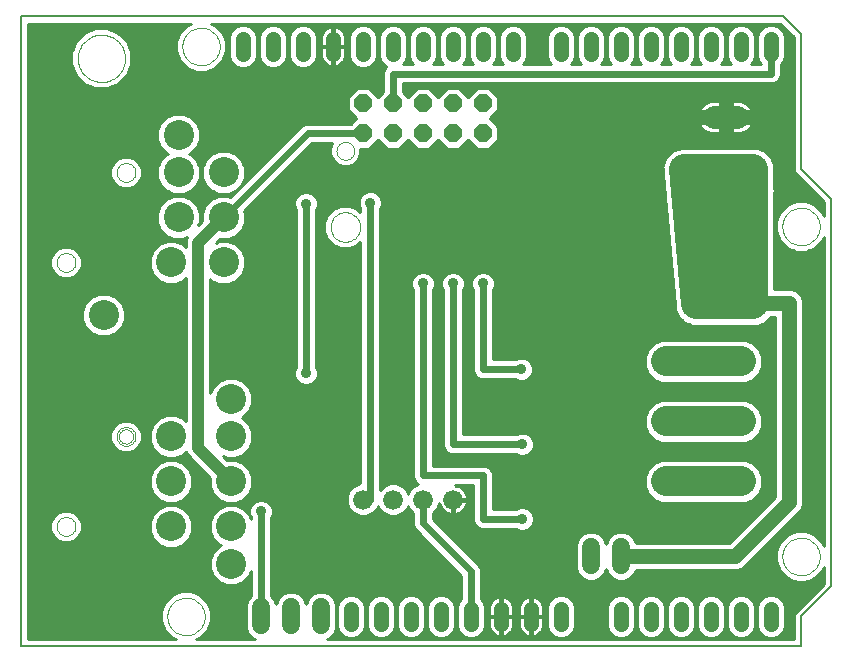
<source format=gbl>
G75*
G70*
%OFA0B0*%
%FSLAX24Y24*%
%IPPOS*%
%LPD*%
%AMOC8*
5,1,8,0,0,1.08239X$1,22.5*
%
%ADD10C,0.0000*%
%ADD11C,0.1000*%
%ADD12C,0.0780*%
%ADD13C,0.0660*%
%ADD14C,0.0600*%
%ADD15C,0.0050*%
%ADD16C,0.0515*%
%ADD17OC8,0.0600*%
%ADD18C,0.0100*%
%ADD19C,0.0356*%
%ADD20C,0.0500*%
%ADD21C,0.1000*%
%ADD22C,0.0240*%
%ADD23C,0.0400*%
D10*
X002370Y004500D02*
X002372Y004535D01*
X002378Y004570D01*
X002388Y004604D01*
X002401Y004637D01*
X002418Y004668D01*
X002439Y004696D01*
X002462Y004723D01*
X002489Y004746D01*
X002517Y004767D01*
X002548Y004784D01*
X002581Y004797D01*
X002615Y004807D01*
X002650Y004813D01*
X002685Y004815D01*
X002720Y004813D01*
X002755Y004807D01*
X002789Y004797D01*
X002822Y004784D01*
X002853Y004767D01*
X002881Y004746D01*
X002908Y004723D01*
X002931Y004696D01*
X002952Y004668D01*
X002969Y004637D01*
X002982Y004604D01*
X002992Y004570D01*
X002998Y004535D01*
X003000Y004500D01*
X002998Y004465D01*
X002992Y004430D01*
X002982Y004396D01*
X002969Y004363D01*
X002952Y004332D01*
X002931Y004304D01*
X002908Y004277D01*
X002881Y004254D01*
X002853Y004233D01*
X002822Y004216D01*
X002789Y004203D01*
X002755Y004193D01*
X002720Y004187D01*
X002685Y004185D01*
X002650Y004187D01*
X002615Y004193D01*
X002581Y004203D01*
X002548Y004216D01*
X002517Y004233D01*
X002489Y004254D01*
X002462Y004277D01*
X002439Y004304D01*
X002418Y004332D01*
X002401Y004363D01*
X002388Y004396D01*
X002378Y004430D01*
X002372Y004465D01*
X002370Y004500D01*
X002372Y004535D01*
X002378Y004570D01*
X002388Y004604D01*
X002401Y004637D01*
X002418Y004668D01*
X002439Y004696D01*
X002462Y004723D01*
X002489Y004746D01*
X002517Y004767D01*
X002548Y004784D01*
X002581Y004797D01*
X002615Y004807D01*
X002650Y004813D01*
X002685Y004815D01*
X002720Y004813D01*
X002755Y004807D01*
X002789Y004797D01*
X002822Y004784D01*
X002853Y004767D01*
X002881Y004746D01*
X002908Y004723D01*
X002931Y004696D01*
X002952Y004668D01*
X002969Y004637D01*
X002982Y004604D01*
X002992Y004570D01*
X002998Y004535D01*
X003000Y004500D01*
X002998Y004465D01*
X002992Y004430D01*
X002982Y004396D01*
X002969Y004363D01*
X002952Y004332D01*
X002931Y004304D01*
X002908Y004277D01*
X002881Y004254D01*
X002853Y004233D01*
X002822Y004216D01*
X002789Y004203D01*
X002755Y004193D01*
X002720Y004187D01*
X002685Y004185D01*
X002650Y004187D01*
X002615Y004193D01*
X002581Y004203D01*
X002548Y004216D01*
X002517Y004233D01*
X002489Y004254D01*
X002462Y004277D01*
X002439Y004304D01*
X002418Y004332D01*
X002401Y004363D01*
X002388Y004396D01*
X002378Y004430D01*
X002372Y004465D01*
X002370Y004500D01*
X004370Y007500D02*
X004372Y007535D01*
X004378Y007570D01*
X004388Y007604D01*
X004401Y007637D01*
X004418Y007668D01*
X004439Y007696D01*
X004462Y007723D01*
X004489Y007746D01*
X004517Y007767D01*
X004548Y007784D01*
X004581Y007797D01*
X004615Y007807D01*
X004650Y007813D01*
X004685Y007815D01*
X004720Y007813D01*
X004755Y007807D01*
X004789Y007797D01*
X004822Y007784D01*
X004853Y007767D01*
X004881Y007746D01*
X004908Y007723D01*
X004931Y007696D01*
X004952Y007668D01*
X004969Y007637D01*
X004982Y007604D01*
X004992Y007570D01*
X004998Y007535D01*
X005000Y007500D01*
X004998Y007465D01*
X004992Y007430D01*
X004982Y007396D01*
X004969Y007363D01*
X004952Y007332D01*
X004931Y007304D01*
X004908Y007277D01*
X004881Y007254D01*
X004853Y007233D01*
X004822Y007216D01*
X004789Y007203D01*
X004755Y007193D01*
X004720Y007187D01*
X004685Y007185D01*
X004650Y007187D01*
X004615Y007193D01*
X004581Y007203D01*
X004548Y007216D01*
X004517Y007233D01*
X004489Y007254D01*
X004462Y007277D01*
X004439Y007304D01*
X004418Y007332D01*
X004401Y007363D01*
X004388Y007396D01*
X004378Y007430D01*
X004372Y007465D01*
X004370Y007500D01*
X004449Y007500D02*
X004451Y007530D01*
X004457Y007560D01*
X004466Y007589D01*
X004479Y007616D01*
X004496Y007641D01*
X004515Y007664D01*
X004538Y007685D01*
X004563Y007702D01*
X004589Y007716D01*
X004618Y007726D01*
X004647Y007733D01*
X004677Y007736D01*
X004708Y007735D01*
X004738Y007730D01*
X004767Y007721D01*
X004794Y007709D01*
X004820Y007694D01*
X004844Y007675D01*
X004865Y007653D01*
X004883Y007629D01*
X004898Y007602D01*
X004909Y007574D01*
X004917Y007545D01*
X004921Y007515D01*
X004921Y007485D01*
X004917Y007455D01*
X004909Y007426D01*
X004898Y007398D01*
X004883Y007371D01*
X004865Y007347D01*
X004844Y007325D01*
X004820Y007306D01*
X004794Y007291D01*
X004767Y007279D01*
X004738Y007270D01*
X004708Y007265D01*
X004677Y007264D01*
X004647Y007267D01*
X004618Y007274D01*
X004589Y007284D01*
X004563Y007298D01*
X004538Y007315D01*
X004515Y007336D01*
X004496Y007359D01*
X004479Y007384D01*
X004466Y007411D01*
X004457Y007440D01*
X004451Y007470D01*
X004449Y007500D01*
X002370Y013300D02*
X002372Y013335D01*
X002378Y013370D01*
X002388Y013404D01*
X002401Y013437D01*
X002418Y013468D01*
X002439Y013496D01*
X002462Y013523D01*
X002489Y013546D01*
X002517Y013567D01*
X002548Y013584D01*
X002581Y013597D01*
X002615Y013607D01*
X002650Y013613D01*
X002685Y013615D01*
X002720Y013613D01*
X002755Y013607D01*
X002789Y013597D01*
X002822Y013584D01*
X002853Y013567D01*
X002881Y013546D01*
X002908Y013523D01*
X002931Y013496D01*
X002952Y013468D01*
X002969Y013437D01*
X002982Y013404D01*
X002992Y013370D01*
X002998Y013335D01*
X003000Y013300D01*
X002998Y013265D01*
X002992Y013230D01*
X002982Y013196D01*
X002969Y013163D01*
X002952Y013132D01*
X002931Y013104D01*
X002908Y013077D01*
X002881Y013054D01*
X002853Y013033D01*
X002822Y013016D01*
X002789Y013003D01*
X002755Y012993D01*
X002720Y012987D01*
X002685Y012985D01*
X002650Y012987D01*
X002615Y012993D01*
X002581Y013003D01*
X002548Y013016D01*
X002517Y013033D01*
X002489Y013054D01*
X002462Y013077D01*
X002439Y013104D01*
X002418Y013132D01*
X002401Y013163D01*
X002388Y013196D01*
X002378Y013230D01*
X002372Y013265D01*
X002370Y013300D01*
X002372Y013335D01*
X002378Y013370D01*
X002388Y013404D01*
X002401Y013437D01*
X002418Y013468D01*
X002439Y013496D01*
X002462Y013523D01*
X002489Y013546D01*
X002517Y013567D01*
X002548Y013584D01*
X002581Y013597D01*
X002615Y013607D01*
X002650Y013613D01*
X002685Y013615D01*
X002720Y013613D01*
X002755Y013607D01*
X002789Y013597D01*
X002822Y013584D01*
X002853Y013567D01*
X002881Y013546D01*
X002908Y013523D01*
X002931Y013496D01*
X002952Y013468D01*
X002969Y013437D01*
X002982Y013404D01*
X002992Y013370D01*
X002998Y013335D01*
X003000Y013300D01*
X002998Y013265D01*
X002992Y013230D01*
X002982Y013196D01*
X002969Y013163D01*
X002952Y013132D01*
X002931Y013104D01*
X002908Y013077D01*
X002881Y013054D01*
X002853Y013033D01*
X002822Y013016D01*
X002789Y013003D01*
X002755Y012993D01*
X002720Y012987D01*
X002685Y012985D01*
X002650Y012987D01*
X002615Y012993D01*
X002581Y013003D01*
X002548Y013016D01*
X002517Y013033D01*
X002489Y013054D01*
X002462Y013077D01*
X002439Y013104D01*
X002418Y013132D01*
X002401Y013163D01*
X002388Y013196D01*
X002378Y013230D01*
X002372Y013265D01*
X002370Y013300D01*
X004370Y016300D02*
X004372Y016335D01*
X004378Y016370D01*
X004388Y016404D01*
X004401Y016437D01*
X004418Y016468D01*
X004439Y016496D01*
X004462Y016523D01*
X004489Y016546D01*
X004517Y016567D01*
X004548Y016584D01*
X004581Y016597D01*
X004615Y016607D01*
X004650Y016613D01*
X004685Y016615D01*
X004720Y016613D01*
X004755Y016607D01*
X004789Y016597D01*
X004822Y016584D01*
X004853Y016567D01*
X004881Y016546D01*
X004908Y016523D01*
X004931Y016496D01*
X004952Y016468D01*
X004969Y016437D01*
X004982Y016404D01*
X004992Y016370D01*
X004998Y016335D01*
X005000Y016300D01*
X004998Y016265D01*
X004992Y016230D01*
X004982Y016196D01*
X004969Y016163D01*
X004952Y016132D01*
X004931Y016104D01*
X004908Y016077D01*
X004881Y016054D01*
X004853Y016033D01*
X004822Y016016D01*
X004789Y016003D01*
X004755Y015993D01*
X004720Y015987D01*
X004685Y015985D01*
X004650Y015987D01*
X004615Y015993D01*
X004581Y016003D01*
X004548Y016016D01*
X004517Y016033D01*
X004489Y016054D01*
X004462Y016077D01*
X004439Y016104D01*
X004418Y016132D01*
X004401Y016163D01*
X004388Y016196D01*
X004378Y016230D01*
X004372Y016265D01*
X004370Y016300D01*
X004372Y016335D01*
X004378Y016370D01*
X004388Y016404D01*
X004401Y016437D01*
X004418Y016468D01*
X004439Y016496D01*
X004462Y016523D01*
X004489Y016546D01*
X004517Y016567D01*
X004548Y016584D01*
X004581Y016597D01*
X004615Y016607D01*
X004650Y016613D01*
X004685Y016615D01*
X004720Y016613D01*
X004755Y016607D01*
X004789Y016597D01*
X004822Y016584D01*
X004853Y016567D01*
X004881Y016546D01*
X004908Y016523D01*
X004931Y016496D01*
X004952Y016468D01*
X004969Y016437D01*
X004982Y016404D01*
X004992Y016370D01*
X004998Y016335D01*
X005000Y016300D01*
X004998Y016265D01*
X004992Y016230D01*
X004982Y016196D01*
X004969Y016163D01*
X004952Y016132D01*
X004931Y016104D01*
X004908Y016077D01*
X004881Y016054D01*
X004853Y016033D01*
X004822Y016016D01*
X004789Y016003D01*
X004755Y015993D01*
X004720Y015987D01*
X004685Y015985D01*
X004650Y015987D01*
X004615Y015993D01*
X004581Y016003D01*
X004548Y016016D01*
X004517Y016033D01*
X004489Y016054D01*
X004462Y016077D01*
X004439Y016104D01*
X004418Y016132D01*
X004401Y016163D01*
X004388Y016196D01*
X004378Y016230D01*
X004372Y016265D01*
X004370Y016300D01*
X003075Y020102D02*
X003077Y020158D01*
X003083Y020213D01*
X003093Y020267D01*
X003106Y020321D01*
X003124Y020374D01*
X003145Y020425D01*
X003169Y020475D01*
X003197Y020523D01*
X003229Y020569D01*
X003263Y020613D01*
X003301Y020654D01*
X003341Y020692D01*
X003384Y020727D01*
X003429Y020759D01*
X003477Y020788D01*
X003526Y020814D01*
X003577Y020836D01*
X003629Y020854D01*
X003683Y020868D01*
X003738Y020879D01*
X003793Y020886D01*
X003848Y020889D01*
X003904Y020888D01*
X003959Y020883D01*
X004014Y020874D01*
X004068Y020862D01*
X004121Y020845D01*
X004173Y020825D01*
X004223Y020801D01*
X004271Y020774D01*
X004318Y020744D01*
X004362Y020710D01*
X004404Y020673D01*
X004442Y020633D01*
X004479Y020591D01*
X004512Y020546D01*
X004541Y020500D01*
X004568Y020451D01*
X004590Y020400D01*
X004610Y020348D01*
X004625Y020294D01*
X004637Y020240D01*
X004645Y020185D01*
X004649Y020130D01*
X004649Y020074D01*
X004645Y020019D01*
X004637Y019964D01*
X004625Y019910D01*
X004610Y019856D01*
X004590Y019804D01*
X004568Y019753D01*
X004541Y019704D01*
X004512Y019658D01*
X004479Y019613D01*
X004442Y019571D01*
X004404Y019531D01*
X004362Y019494D01*
X004318Y019460D01*
X004271Y019430D01*
X004223Y019403D01*
X004173Y019379D01*
X004121Y019359D01*
X004068Y019342D01*
X004014Y019330D01*
X003959Y019321D01*
X003904Y019316D01*
X003848Y019315D01*
X003793Y019318D01*
X003738Y019325D01*
X003683Y019336D01*
X003629Y019350D01*
X003577Y019368D01*
X003526Y019390D01*
X003477Y019416D01*
X003429Y019445D01*
X003384Y019477D01*
X003341Y019512D01*
X003301Y019550D01*
X003263Y019591D01*
X003229Y019635D01*
X003197Y019681D01*
X003169Y019729D01*
X003145Y019779D01*
X003124Y019830D01*
X003106Y019883D01*
X003093Y019937D01*
X003083Y019991D01*
X003077Y020046D01*
X003075Y020102D01*
X006560Y020500D02*
X006562Y020550D01*
X006568Y020599D01*
X006578Y020648D01*
X006591Y020695D01*
X006609Y020742D01*
X006630Y020787D01*
X006654Y020830D01*
X006682Y020871D01*
X006713Y020910D01*
X006747Y020946D01*
X006784Y020980D01*
X006824Y021010D01*
X006865Y021037D01*
X006909Y021061D01*
X006954Y021081D01*
X007001Y021097D01*
X007049Y021110D01*
X007098Y021119D01*
X007148Y021124D01*
X007197Y021125D01*
X007247Y021122D01*
X007296Y021115D01*
X007345Y021104D01*
X007392Y021090D01*
X007438Y021071D01*
X007483Y021049D01*
X007526Y021024D01*
X007566Y020995D01*
X007604Y020963D01*
X007640Y020929D01*
X007673Y020891D01*
X007702Y020851D01*
X007728Y020809D01*
X007751Y020765D01*
X007770Y020719D01*
X007786Y020672D01*
X007798Y020623D01*
X007806Y020574D01*
X007810Y020525D01*
X007810Y020475D01*
X007806Y020426D01*
X007798Y020377D01*
X007786Y020328D01*
X007770Y020281D01*
X007751Y020235D01*
X007728Y020191D01*
X007702Y020149D01*
X007673Y020109D01*
X007640Y020071D01*
X007604Y020037D01*
X007566Y020005D01*
X007526Y019976D01*
X007483Y019951D01*
X007438Y019929D01*
X007392Y019910D01*
X007345Y019896D01*
X007296Y019885D01*
X007247Y019878D01*
X007197Y019875D01*
X007148Y019876D01*
X007098Y019881D01*
X007049Y019890D01*
X007001Y019903D01*
X006954Y019919D01*
X006909Y019939D01*
X006865Y019963D01*
X006824Y019990D01*
X006784Y020020D01*
X006747Y020054D01*
X006713Y020090D01*
X006682Y020129D01*
X006654Y020170D01*
X006630Y020213D01*
X006609Y020258D01*
X006591Y020305D01*
X006578Y020352D01*
X006568Y020401D01*
X006562Y020450D01*
X006560Y020500D01*
X011700Y017020D02*
X011702Y017054D01*
X011708Y017088D01*
X011718Y017121D01*
X011731Y017152D01*
X011749Y017182D01*
X011769Y017210D01*
X011793Y017235D01*
X011819Y017257D01*
X011847Y017275D01*
X011878Y017291D01*
X011910Y017303D01*
X011944Y017311D01*
X011978Y017315D01*
X012012Y017315D01*
X012046Y017311D01*
X012080Y017303D01*
X012112Y017291D01*
X012142Y017275D01*
X012171Y017257D01*
X012197Y017235D01*
X012221Y017210D01*
X012241Y017182D01*
X012259Y017152D01*
X012272Y017121D01*
X012282Y017088D01*
X012288Y017054D01*
X012290Y017020D01*
X012288Y016986D01*
X012282Y016952D01*
X012272Y016919D01*
X012259Y016888D01*
X012241Y016858D01*
X012221Y016830D01*
X012197Y016805D01*
X012171Y016783D01*
X012143Y016765D01*
X012112Y016749D01*
X012080Y016737D01*
X012046Y016729D01*
X012012Y016725D01*
X011978Y016725D01*
X011944Y016729D01*
X011910Y016737D01*
X011878Y016749D01*
X011847Y016765D01*
X011819Y016783D01*
X011793Y016805D01*
X011769Y016830D01*
X011749Y016858D01*
X011731Y016888D01*
X011718Y016919D01*
X011708Y016952D01*
X011702Y016986D01*
X011700Y017020D01*
X011503Y014480D02*
X011505Y014524D01*
X011511Y014568D01*
X011521Y014611D01*
X011534Y014653D01*
X011552Y014693D01*
X011573Y014732D01*
X011597Y014769D01*
X011624Y014804D01*
X011655Y014836D01*
X011688Y014865D01*
X011724Y014891D01*
X011762Y014913D01*
X011802Y014932D01*
X011843Y014948D01*
X011886Y014960D01*
X011929Y014968D01*
X011973Y014972D01*
X012017Y014972D01*
X012061Y014968D01*
X012104Y014960D01*
X012147Y014948D01*
X012188Y014932D01*
X012228Y014913D01*
X012266Y014891D01*
X012302Y014865D01*
X012335Y014836D01*
X012366Y014804D01*
X012393Y014769D01*
X012417Y014732D01*
X012438Y014693D01*
X012456Y014653D01*
X012469Y014611D01*
X012479Y014568D01*
X012485Y014524D01*
X012487Y014480D01*
X012485Y014436D01*
X012479Y014392D01*
X012469Y014349D01*
X012456Y014307D01*
X012438Y014267D01*
X012417Y014228D01*
X012393Y014191D01*
X012366Y014156D01*
X012335Y014124D01*
X012302Y014095D01*
X012266Y014069D01*
X012228Y014047D01*
X012188Y014028D01*
X012147Y014012D01*
X012104Y014000D01*
X012061Y013992D01*
X012017Y013988D01*
X011973Y013988D01*
X011929Y013992D01*
X011886Y014000D01*
X011843Y014012D01*
X011802Y014028D01*
X011762Y014047D01*
X011724Y014069D01*
X011688Y014095D01*
X011655Y014124D01*
X011624Y014156D01*
X011597Y014191D01*
X011573Y014228D01*
X011552Y014267D01*
X011534Y014307D01*
X011521Y014349D01*
X011511Y014392D01*
X011505Y014436D01*
X011503Y014480D01*
X023783Y015000D02*
X023785Y015044D01*
X023791Y015088D01*
X023801Y015131D01*
X023814Y015173D01*
X023832Y015213D01*
X023853Y015252D01*
X023877Y015289D01*
X023904Y015324D01*
X023935Y015356D01*
X023968Y015385D01*
X024004Y015411D01*
X024042Y015433D01*
X024082Y015452D01*
X024123Y015468D01*
X024166Y015480D01*
X024209Y015488D01*
X024253Y015492D01*
X024297Y015492D01*
X024341Y015488D01*
X024384Y015480D01*
X024427Y015468D01*
X024468Y015452D01*
X024508Y015433D01*
X024546Y015411D01*
X024582Y015385D01*
X024615Y015356D01*
X024646Y015324D01*
X024673Y015289D01*
X024697Y015252D01*
X024718Y015213D01*
X024736Y015173D01*
X024749Y015131D01*
X024759Y015088D01*
X024765Y015044D01*
X024767Y015000D01*
X024765Y014956D01*
X024759Y014912D01*
X024749Y014869D01*
X024736Y014827D01*
X024718Y014787D01*
X024697Y014748D01*
X024673Y014711D01*
X024646Y014676D01*
X024615Y014644D01*
X024582Y014615D01*
X024546Y014589D01*
X024508Y014567D01*
X024468Y014548D01*
X024427Y014532D01*
X024384Y014520D01*
X024341Y014512D01*
X024297Y014508D01*
X024253Y014508D01*
X024209Y014512D01*
X024166Y014520D01*
X024123Y014532D01*
X024082Y014548D01*
X024042Y014567D01*
X024004Y014589D01*
X023968Y014615D01*
X023935Y014644D01*
X023904Y014676D01*
X023877Y014711D01*
X023853Y014748D01*
X023832Y014787D01*
X023814Y014827D01*
X023801Y014869D01*
X023791Y014912D01*
X023785Y014956D01*
X023783Y015000D01*
X026560Y014500D02*
X026562Y014550D01*
X026568Y014599D01*
X026578Y014648D01*
X026591Y014695D01*
X026609Y014742D01*
X026630Y014787D01*
X026654Y014830D01*
X026682Y014871D01*
X026713Y014910D01*
X026747Y014946D01*
X026784Y014980D01*
X026824Y015010D01*
X026865Y015037D01*
X026909Y015061D01*
X026954Y015081D01*
X027001Y015097D01*
X027049Y015110D01*
X027098Y015119D01*
X027148Y015124D01*
X027197Y015125D01*
X027247Y015122D01*
X027296Y015115D01*
X027345Y015104D01*
X027392Y015090D01*
X027438Y015071D01*
X027483Y015049D01*
X027526Y015024D01*
X027566Y014995D01*
X027604Y014963D01*
X027640Y014929D01*
X027673Y014891D01*
X027702Y014851D01*
X027728Y014809D01*
X027751Y014765D01*
X027770Y014719D01*
X027786Y014672D01*
X027798Y014623D01*
X027806Y014574D01*
X027810Y014525D01*
X027810Y014475D01*
X027806Y014426D01*
X027798Y014377D01*
X027786Y014328D01*
X027770Y014281D01*
X027751Y014235D01*
X027728Y014191D01*
X027702Y014149D01*
X027673Y014109D01*
X027640Y014071D01*
X027604Y014037D01*
X027566Y014005D01*
X027526Y013976D01*
X027483Y013951D01*
X027438Y013929D01*
X027392Y013910D01*
X027345Y013896D01*
X027296Y013885D01*
X027247Y013878D01*
X027197Y013875D01*
X027148Y013876D01*
X027098Y013881D01*
X027049Y013890D01*
X027001Y013903D01*
X026954Y013919D01*
X026909Y013939D01*
X026865Y013963D01*
X026824Y013990D01*
X026784Y014020D01*
X026747Y014054D01*
X026713Y014090D01*
X026682Y014129D01*
X026654Y014170D01*
X026630Y014213D01*
X026609Y014258D01*
X026591Y014305D01*
X026578Y014352D01*
X026568Y014401D01*
X026562Y014450D01*
X026560Y014500D01*
X026560Y003500D02*
X026562Y003550D01*
X026568Y003599D01*
X026578Y003648D01*
X026591Y003695D01*
X026609Y003742D01*
X026630Y003787D01*
X026654Y003830D01*
X026682Y003871D01*
X026713Y003910D01*
X026747Y003946D01*
X026784Y003980D01*
X026824Y004010D01*
X026865Y004037D01*
X026909Y004061D01*
X026954Y004081D01*
X027001Y004097D01*
X027049Y004110D01*
X027098Y004119D01*
X027148Y004124D01*
X027197Y004125D01*
X027247Y004122D01*
X027296Y004115D01*
X027345Y004104D01*
X027392Y004090D01*
X027438Y004071D01*
X027483Y004049D01*
X027526Y004024D01*
X027566Y003995D01*
X027604Y003963D01*
X027640Y003929D01*
X027673Y003891D01*
X027702Y003851D01*
X027728Y003809D01*
X027751Y003765D01*
X027770Y003719D01*
X027786Y003672D01*
X027798Y003623D01*
X027806Y003574D01*
X027810Y003525D01*
X027810Y003475D01*
X027806Y003426D01*
X027798Y003377D01*
X027786Y003328D01*
X027770Y003281D01*
X027751Y003235D01*
X027728Y003191D01*
X027702Y003149D01*
X027673Y003109D01*
X027640Y003071D01*
X027604Y003037D01*
X027566Y003005D01*
X027526Y002976D01*
X027483Y002951D01*
X027438Y002929D01*
X027392Y002910D01*
X027345Y002896D01*
X027296Y002885D01*
X027247Y002878D01*
X027197Y002875D01*
X027148Y002876D01*
X027098Y002881D01*
X027049Y002890D01*
X027001Y002903D01*
X026954Y002919D01*
X026909Y002939D01*
X026865Y002963D01*
X026824Y002990D01*
X026784Y003020D01*
X026747Y003054D01*
X026713Y003090D01*
X026682Y003129D01*
X026654Y003170D01*
X026630Y003213D01*
X026609Y003258D01*
X026591Y003305D01*
X026578Y003352D01*
X026568Y003401D01*
X026562Y003450D01*
X026560Y003500D01*
X006060Y001500D02*
X006062Y001550D01*
X006068Y001599D01*
X006078Y001648D01*
X006091Y001695D01*
X006109Y001742D01*
X006130Y001787D01*
X006154Y001830D01*
X006182Y001871D01*
X006213Y001910D01*
X006247Y001946D01*
X006284Y001980D01*
X006324Y002010D01*
X006365Y002037D01*
X006409Y002061D01*
X006454Y002081D01*
X006501Y002097D01*
X006549Y002110D01*
X006598Y002119D01*
X006648Y002124D01*
X006697Y002125D01*
X006747Y002122D01*
X006796Y002115D01*
X006845Y002104D01*
X006892Y002090D01*
X006938Y002071D01*
X006983Y002049D01*
X007026Y002024D01*
X007066Y001995D01*
X007104Y001963D01*
X007140Y001929D01*
X007173Y001891D01*
X007202Y001851D01*
X007228Y001809D01*
X007251Y001765D01*
X007270Y001719D01*
X007286Y001672D01*
X007298Y001623D01*
X007306Y001574D01*
X007310Y001525D01*
X007310Y001475D01*
X007306Y001426D01*
X007298Y001377D01*
X007286Y001328D01*
X007270Y001281D01*
X007251Y001235D01*
X007228Y001191D01*
X007202Y001149D01*
X007173Y001109D01*
X007140Y001071D01*
X007104Y001037D01*
X007066Y001005D01*
X007026Y000976D01*
X006983Y000951D01*
X006938Y000929D01*
X006892Y000910D01*
X006845Y000896D01*
X006796Y000885D01*
X006747Y000878D01*
X006697Y000875D01*
X006648Y000876D01*
X006598Y000881D01*
X006549Y000890D01*
X006501Y000903D01*
X006454Y000919D01*
X006409Y000939D01*
X006365Y000963D01*
X006324Y000990D01*
X006284Y001020D01*
X006247Y001054D01*
X006213Y001090D01*
X006182Y001129D01*
X006154Y001170D01*
X006130Y001213D01*
X006109Y001258D01*
X006091Y001305D01*
X006078Y001352D01*
X006068Y001401D01*
X006062Y001450D01*
X006060Y001500D01*
D11*
X008185Y003252D03*
X008185Y004500D03*
X008185Y006000D03*
X008185Y006000D03*
X008185Y007500D03*
X008185Y008748D03*
X006185Y007500D03*
X006185Y006000D03*
X006185Y006000D03*
X006185Y004500D03*
X003935Y011552D03*
X006185Y013300D03*
X006435Y014800D03*
X007935Y014800D03*
X007935Y014800D03*
X007935Y013300D03*
X007935Y016300D03*
X006435Y016300D03*
X006435Y017550D03*
D12*
X024275Y018140D02*
X025055Y018140D01*
X025055Y016170D02*
X024275Y016170D01*
X024295Y011950D02*
X025075Y011950D01*
X025075Y009990D02*
X024295Y009990D01*
X024295Y008010D02*
X025075Y008010D01*
X025075Y006050D02*
X024295Y006050D01*
D13*
X015585Y005394D03*
X014585Y005394D03*
X013585Y005394D03*
X012585Y005394D03*
D14*
X011185Y001800D02*
X011185Y001200D01*
X010185Y001200D02*
X010185Y001800D01*
X009185Y001800D02*
X009185Y001200D01*
X020185Y003200D02*
X020185Y003800D01*
X021185Y003800D02*
X021185Y003200D01*
D15*
X001185Y000500D02*
X001185Y021500D01*
X026585Y021500D01*
X027185Y020900D01*
X027185Y016400D01*
X028185Y015400D01*
X028185Y002500D01*
X027185Y001500D01*
X027185Y000500D01*
X001185Y000500D01*
D16*
X012185Y001243D02*
X012185Y001757D01*
X013185Y001757D02*
X013185Y001243D01*
X014185Y001243D02*
X014185Y001757D01*
X015185Y001757D02*
X015185Y001243D01*
X016185Y001243D02*
X016185Y001757D01*
X017185Y001757D02*
X017185Y001243D01*
X018185Y001243D02*
X018185Y001757D01*
X019185Y001757D02*
X019185Y001243D01*
X021185Y001243D02*
X021185Y001757D01*
X022185Y001757D02*
X022185Y001243D01*
X023185Y001243D02*
X023185Y001757D01*
X024185Y001757D02*
X024185Y001243D01*
X025185Y001243D02*
X025185Y001757D01*
X026185Y001757D02*
X026185Y001243D01*
X026185Y020243D02*
X026185Y020757D01*
X025185Y020757D02*
X025185Y020243D01*
X024185Y020243D02*
X024185Y020757D01*
X023185Y020757D02*
X023185Y020243D01*
X022185Y020243D02*
X022185Y020757D01*
X021185Y020757D02*
X021185Y020243D01*
X020185Y020243D02*
X020185Y020757D01*
X019185Y020757D02*
X019185Y020243D01*
X017585Y020243D02*
X017585Y020757D01*
X016585Y020757D02*
X016585Y020243D01*
X015585Y020243D02*
X015585Y020757D01*
X014585Y020757D02*
X014585Y020243D01*
X013585Y020243D02*
X013585Y020757D01*
X012585Y020757D02*
X012585Y020243D01*
X011585Y020243D02*
X011585Y020757D01*
X010585Y020757D02*
X010585Y020243D01*
X009585Y020243D02*
X009585Y020757D01*
X008585Y020757D02*
X008585Y020243D01*
D17*
X012585Y018600D03*
X013585Y018600D03*
X013585Y017600D03*
X012585Y017600D03*
X014585Y017600D03*
X014585Y018600D03*
X015585Y018600D03*
X016585Y018600D03*
X016585Y017600D03*
X015585Y017600D03*
D18*
X016050Y017344D02*
X016120Y017344D01*
X016085Y017379D02*
X016374Y017090D01*
X016796Y017090D01*
X017095Y017389D01*
X017095Y017811D01*
X016806Y018100D01*
X017095Y018389D01*
X017095Y018811D01*
X016796Y019110D01*
X016374Y019110D01*
X016085Y018821D01*
X015796Y019110D01*
X015374Y019110D01*
X015085Y018821D01*
X014796Y019110D01*
X014374Y019110D01*
X014085Y018821D01*
X013915Y018991D01*
X013915Y019268D01*
X026251Y019268D01*
X026372Y019318D01*
X026465Y019411D01*
X026515Y019532D01*
X026515Y019911D01*
X026581Y019978D01*
X026652Y020150D01*
X026652Y020850D01*
X026581Y021022D01*
X026450Y021154D01*
X026278Y021225D01*
X026092Y021225D01*
X025920Y021154D01*
X025789Y021022D01*
X025718Y020850D01*
X025718Y020150D01*
X025789Y019978D01*
X025839Y019928D01*
X025531Y019928D01*
X025581Y019978D01*
X025652Y020150D01*
X025652Y020850D01*
X025581Y021022D01*
X025450Y021154D01*
X025278Y021225D01*
X025092Y021225D01*
X024920Y021154D01*
X024789Y021022D01*
X024718Y020850D01*
X024718Y020150D01*
X024789Y019978D01*
X024839Y019928D01*
X024531Y019928D01*
X024581Y019978D01*
X024652Y020150D01*
X024652Y020850D01*
X024581Y021022D01*
X024450Y021154D01*
X024278Y021225D01*
X024092Y021225D01*
X023920Y021154D01*
X023789Y021022D01*
X023718Y020850D01*
X023718Y020150D01*
X023789Y019978D01*
X023839Y019928D01*
X023531Y019928D01*
X023581Y019978D01*
X023652Y020150D01*
X023652Y020850D01*
X023581Y021022D01*
X023450Y021154D01*
X023278Y021225D01*
X023092Y021225D01*
X022920Y021154D01*
X022789Y021022D01*
X022718Y020850D01*
X022718Y020150D01*
X022789Y019978D01*
X022839Y019928D01*
X022531Y019928D01*
X022581Y019978D01*
X022652Y020150D01*
X022652Y020850D01*
X022581Y021022D01*
X022450Y021154D01*
X022278Y021225D01*
X022092Y021225D01*
X021920Y021154D01*
X021789Y021022D01*
X021718Y020850D01*
X021718Y020150D01*
X021789Y019978D01*
X021839Y019928D01*
X021531Y019928D01*
X021581Y019978D01*
X021652Y020150D01*
X021652Y020850D01*
X021581Y021022D01*
X021450Y021154D01*
X021278Y021225D01*
X021092Y021225D01*
X020920Y021154D01*
X020789Y021022D01*
X020718Y020850D01*
X020718Y020150D01*
X020789Y019978D01*
X020839Y019928D01*
X020531Y019928D01*
X020581Y019978D01*
X020652Y020150D01*
X020652Y020850D01*
X020581Y021022D01*
X020450Y021154D01*
X020278Y021225D01*
X020092Y021225D01*
X019920Y021154D01*
X019789Y021022D01*
X019718Y020850D01*
X019718Y020150D01*
X019789Y019978D01*
X019839Y019928D01*
X019531Y019928D01*
X019581Y019978D01*
X019652Y020150D01*
X019652Y020850D01*
X019581Y021022D01*
X019450Y021154D01*
X019278Y021225D01*
X019092Y021225D01*
X018920Y021154D01*
X018789Y021022D01*
X018718Y020850D01*
X018718Y020150D01*
X018789Y019978D01*
X018839Y019928D01*
X017931Y019928D01*
X017981Y019978D01*
X018052Y020150D01*
X018052Y020850D01*
X017981Y021022D01*
X017850Y021154D01*
X017678Y021225D01*
X017492Y021225D01*
X017320Y021154D01*
X017189Y021022D01*
X017118Y020850D01*
X017118Y020150D01*
X017189Y019978D01*
X017239Y019928D01*
X016931Y019928D01*
X016981Y019978D01*
X017052Y020150D01*
X017052Y020850D01*
X016981Y021022D01*
X016850Y021154D01*
X016678Y021225D01*
X016492Y021225D01*
X016320Y021154D01*
X016189Y021022D01*
X016118Y020850D01*
X016118Y020150D01*
X016189Y019978D01*
X016239Y019928D01*
X015931Y019928D01*
X015981Y019978D01*
X016052Y020150D01*
X016052Y020850D01*
X015981Y021022D01*
X015850Y021154D01*
X015678Y021225D01*
X015492Y021225D01*
X015320Y021154D01*
X015189Y021022D01*
X015118Y020850D01*
X015118Y020150D01*
X015189Y019978D01*
X015239Y019928D01*
X014931Y019928D01*
X014981Y019978D01*
X015052Y020150D01*
X015052Y020850D01*
X014981Y021022D01*
X014850Y021154D01*
X014678Y021225D01*
X014492Y021225D01*
X014320Y021154D01*
X014189Y021022D01*
X014118Y020850D01*
X014118Y020150D01*
X014189Y019978D01*
X014239Y019928D01*
X013931Y019928D01*
X013981Y019978D01*
X014052Y020150D01*
X014052Y020850D01*
X013981Y021022D01*
X013850Y021154D01*
X013678Y021225D01*
X013492Y021225D01*
X013320Y021154D01*
X013189Y021022D01*
X013118Y020850D01*
X013118Y020150D01*
X013189Y019978D01*
X013320Y019846D01*
X013353Y019833D01*
X013305Y019785D01*
X013255Y019663D01*
X013255Y018991D01*
X013085Y018821D01*
X012796Y019110D01*
X012374Y019110D01*
X012075Y018811D01*
X012075Y018389D01*
X012364Y018100D01*
X012194Y017930D01*
X010669Y017930D01*
X010548Y017880D01*
X008148Y015480D01*
X008076Y015510D01*
X007794Y015510D01*
X007533Y015402D01*
X007333Y015202D01*
X007225Y014941D01*
X007225Y014670D01*
X007096Y014541D01*
X007145Y014659D01*
X007145Y014941D01*
X007037Y015202D01*
X006837Y015402D01*
X006576Y015510D01*
X006294Y015510D01*
X006033Y015402D01*
X005833Y015202D01*
X005725Y014941D01*
X005725Y014659D01*
X005833Y014398D01*
X006033Y014198D01*
X006294Y014090D01*
X006576Y014090D01*
X006725Y014151D01*
X006675Y014032D01*
X006675Y013814D01*
X006587Y013902D01*
X006326Y014010D01*
X006044Y014010D01*
X005783Y013902D01*
X005583Y013702D01*
X005475Y013441D01*
X005475Y013159D01*
X005583Y012898D01*
X005783Y012698D01*
X006044Y012590D01*
X006326Y012590D01*
X006587Y012698D01*
X006675Y012786D01*
X006675Y008014D01*
X006587Y008102D01*
X006326Y008210D01*
X006044Y008210D01*
X005783Y008102D01*
X005583Y007902D01*
X005475Y007641D01*
X005475Y007359D01*
X005583Y007098D01*
X005783Y006898D01*
X006044Y006790D01*
X006326Y006790D01*
X006587Y006898D01*
X006685Y006995D01*
X006737Y006868D01*
X007475Y006130D01*
X007475Y005859D01*
X007583Y005598D01*
X007783Y005398D01*
X008044Y005290D01*
X008326Y005290D01*
X008587Y005398D01*
X008787Y005598D01*
X008895Y005859D01*
X008895Y006141D01*
X008787Y006402D01*
X008587Y006602D01*
X008326Y006710D01*
X008055Y006710D01*
X007926Y006839D01*
X008044Y006790D01*
X008326Y006790D01*
X008587Y006898D01*
X008787Y007098D01*
X008895Y007359D01*
X008895Y007641D01*
X008787Y007902D01*
X008587Y008102D01*
X008534Y008124D01*
X008587Y008146D01*
X008787Y008346D01*
X008895Y008607D01*
X008895Y008889D01*
X008787Y009150D01*
X008587Y009350D01*
X008326Y009458D01*
X008044Y009458D01*
X007783Y009350D01*
X007583Y009150D01*
X007495Y008938D01*
X007495Y012736D01*
X007533Y012698D01*
X007794Y012590D01*
X008076Y012590D01*
X008337Y012698D01*
X008537Y012898D01*
X008645Y013159D01*
X008645Y013441D01*
X008537Y013702D01*
X008337Y013902D01*
X008076Y014010D01*
X007794Y014010D01*
X007676Y013961D01*
X007805Y014090D01*
X008076Y014090D01*
X008337Y014198D01*
X008537Y014398D01*
X008645Y014659D01*
X008645Y014941D01*
X008615Y015013D01*
X010872Y017270D01*
X011552Y017270D01*
X011490Y017121D01*
X011490Y016919D01*
X011567Y016734D01*
X011709Y016592D01*
X011894Y016515D01*
X012096Y016515D01*
X012281Y016592D01*
X012423Y016734D01*
X012500Y016919D01*
X012500Y017090D01*
X012796Y017090D01*
X013085Y017379D01*
X013374Y017090D01*
X013796Y017090D01*
X014085Y017379D01*
X014374Y017090D01*
X014796Y017090D01*
X015085Y017379D01*
X015374Y017090D01*
X015796Y017090D01*
X016085Y017379D01*
X015951Y017245D02*
X016219Y017245D01*
X016317Y017147D02*
X015853Y017147D01*
X015317Y017147D02*
X014853Y017147D01*
X014951Y017245D02*
X015219Y017245D01*
X015120Y017344D02*
X015050Y017344D01*
X014317Y017147D02*
X013853Y017147D01*
X013951Y017245D02*
X014219Y017245D01*
X014120Y017344D02*
X014050Y017344D01*
X013317Y017147D02*
X012853Y017147D01*
X012951Y017245D02*
X013219Y017245D01*
X013120Y017344D02*
X013050Y017344D01*
X012500Y017048D02*
X022992Y017048D01*
X022984Y017044D02*
X022883Y017002D01*
X022860Y016979D01*
X022831Y016964D01*
X022761Y016880D01*
X022683Y016802D01*
X022671Y016772D01*
X022650Y016747D01*
X022617Y016643D01*
X022575Y016541D01*
X022575Y016509D01*
X022565Y016478D01*
X022575Y016369D01*
X022575Y016259D01*
X022587Y016229D01*
X022975Y011869D01*
X022975Y011759D01*
X022987Y011729D01*
X016915Y011729D01*
X016915Y011631D02*
X023025Y011631D01*
X023041Y011599D02*
X023083Y011498D01*
X023106Y011475D01*
X023121Y011446D01*
X023205Y011376D01*
X023283Y011298D01*
X023313Y011286D01*
X023338Y011265D01*
X023442Y011232D01*
X023544Y011190D01*
X023576Y011190D01*
X023607Y011180D01*
X023716Y011190D01*
X025726Y011190D01*
X025987Y011298D01*
X026179Y011490D01*
X026325Y011490D01*
X026325Y005491D01*
X024794Y003960D01*
X021671Y003960D01*
X021617Y004089D01*
X021474Y004232D01*
X021286Y004310D01*
X021084Y004310D01*
X020896Y004232D01*
X020753Y004089D01*
X020685Y003926D01*
X020617Y004089D01*
X020474Y004232D01*
X020286Y004310D01*
X020084Y004310D01*
X019896Y004232D01*
X019753Y004089D01*
X019675Y003901D01*
X019675Y003099D01*
X019753Y002911D01*
X019896Y002768D01*
X020084Y002690D01*
X020286Y002690D01*
X020474Y002768D01*
X020617Y002911D01*
X020685Y003074D01*
X020753Y002911D01*
X020896Y002768D01*
X021084Y002690D01*
X021286Y002690D01*
X021474Y002768D01*
X021617Y002911D01*
X021671Y003040D01*
X025076Y003040D01*
X025246Y003110D01*
X025375Y003239D01*
X027175Y005039D01*
X027245Y005208D01*
X027245Y012041D01*
X027175Y012211D01*
X027046Y012340D01*
X026876Y012410D01*
X026295Y012410D01*
X026295Y015613D01*
X026307Y015707D01*
X026295Y015753D01*
X026295Y016541D01*
X026187Y016802D01*
X025987Y017002D01*
X025726Y017110D01*
X023394Y017110D01*
X023363Y017120D01*
X023254Y017110D01*
X023144Y017110D01*
X023114Y017098D01*
X023081Y017095D01*
X022984Y017044D01*
X022819Y016950D02*
X012500Y016950D01*
X012472Y016851D02*
X022732Y016851D01*
X022654Y016753D02*
X012431Y016753D01*
X012344Y016654D02*
X022621Y016654D01*
X022581Y016556D02*
X012194Y016556D01*
X011796Y016556D02*
X010157Y016556D01*
X010256Y016654D02*
X011646Y016654D01*
X011559Y016753D02*
X010354Y016753D01*
X010453Y016851D02*
X011518Y016851D01*
X011490Y016950D02*
X010551Y016950D01*
X010650Y017048D02*
X011490Y017048D01*
X011501Y017147D02*
X010748Y017147D01*
X010847Y017245D02*
X011541Y017245D01*
X012198Y017935D02*
X007044Y017935D01*
X007037Y017952D02*
X006837Y018152D01*
X006576Y018260D01*
X006294Y018260D01*
X006033Y018152D01*
X005833Y017952D01*
X005725Y017691D01*
X005725Y017409D01*
X005833Y017148D01*
X006033Y016948D01*
X006089Y016925D01*
X006033Y016902D01*
X005833Y016702D01*
X005725Y016441D01*
X005725Y016159D01*
X005833Y015898D01*
X006033Y015698D01*
X006294Y015590D01*
X006576Y015590D01*
X006837Y015698D01*
X007037Y015898D01*
X007145Y016159D01*
X007145Y016441D01*
X007037Y016702D01*
X006837Y016902D01*
X006781Y016925D01*
X006837Y016948D01*
X007037Y017148D01*
X007145Y017409D01*
X007145Y017691D01*
X007037Y017952D01*
X006956Y018033D02*
X012297Y018033D01*
X012332Y018132D02*
X006858Y018132D01*
X006649Y018230D02*
X012234Y018230D01*
X012135Y018329D02*
X001420Y018329D01*
X001420Y018427D02*
X012075Y018427D01*
X012075Y018526D02*
X001420Y018526D01*
X001420Y018624D02*
X012075Y018624D01*
X012075Y018723D02*
X001420Y018723D01*
X001420Y018821D02*
X012085Y018821D01*
X012183Y018920D02*
X001420Y018920D01*
X001420Y019018D02*
X012282Y019018D01*
X012888Y019018D02*
X013255Y019018D01*
X013255Y019117D02*
X004089Y019117D01*
X004061Y019105D02*
X004427Y019257D01*
X004708Y019537D01*
X004860Y019904D01*
X004860Y020301D01*
X004708Y020667D01*
X004427Y020948D01*
X004061Y021100D01*
X003664Y021100D01*
X003297Y020948D01*
X003017Y020667D01*
X002865Y020301D01*
X002865Y019904D01*
X003017Y019537D01*
X003297Y019257D01*
X003664Y019105D01*
X004061Y019105D01*
X004326Y019215D02*
X013255Y019215D01*
X013255Y019314D02*
X004484Y019314D01*
X004582Y019412D02*
X013255Y019412D01*
X013255Y019511D02*
X004681Y019511D01*
X004737Y019609D02*
X013255Y019609D01*
X013273Y019708D02*
X007454Y019708D01*
X007351Y019665D02*
X007658Y019792D01*
X007893Y020027D01*
X008020Y020334D01*
X008020Y020666D01*
X007893Y020973D01*
X007658Y021208D01*
X007520Y021265D01*
X026488Y021265D01*
X026950Y020803D01*
X026950Y016303D01*
X027950Y015303D01*
X027950Y014835D01*
X027893Y014973D01*
X027658Y015208D01*
X027351Y015335D01*
X027019Y015335D01*
X026712Y015208D01*
X026477Y014973D01*
X026350Y014666D01*
X026350Y014334D01*
X026477Y014027D01*
X026712Y013792D01*
X027019Y013665D01*
X027351Y013665D01*
X027658Y013792D01*
X027893Y014027D01*
X027950Y014165D01*
X027950Y003835D01*
X027893Y003973D01*
X027658Y004208D01*
X027351Y004335D01*
X027019Y004335D01*
X026712Y004208D01*
X026477Y003973D01*
X026350Y003666D01*
X026350Y003334D01*
X026477Y003027D01*
X026712Y002792D01*
X027019Y002665D01*
X027351Y002665D01*
X027658Y002792D01*
X027893Y003027D01*
X027950Y003165D01*
X027950Y002597D01*
X026950Y001597D01*
X026950Y000735D01*
X011395Y000735D01*
X011474Y000768D01*
X011617Y000911D01*
X011695Y001099D01*
X011695Y001901D01*
X011617Y002089D01*
X011474Y002232D01*
X011286Y002310D01*
X011084Y002310D01*
X010896Y002232D01*
X010753Y002089D01*
X010685Y001926D01*
X010617Y002089D01*
X010474Y002232D01*
X010286Y002310D01*
X010084Y002310D01*
X009896Y002232D01*
X009753Y002089D01*
X009685Y001926D01*
X009617Y002089D01*
X009515Y002191D01*
X009515Y004783D01*
X009573Y004923D01*
X009573Y005077D01*
X009514Y005220D01*
X009405Y005329D01*
X009262Y005388D01*
X009108Y005388D01*
X008965Y005329D01*
X008856Y005220D01*
X008797Y005077D01*
X008797Y004923D01*
X008855Y004783D01*
X008855Y004738D01*
X008787Y004902D01*
X008587Y005102D01*
X008326Y005210D01*
X008044Y005210D01*
X007783Y005102D01*
X007583Y004902D01*
X007475Y004641D01*
X007475Y004359D01*
X007583Y004098D01*
X007783Y003898D01*
X007836Y003876D01*
X007783Y003854D01*
X007583Y003654D01*
X007475Y003393D01*
X007475Y003111D01*
X007583Y002850D01*
X007783Y002650D01*
X008044Y002542D01*
X008326Y002542D01*
X008587Y002650D01*
X008787Y002850D01*
X008855Y003014D01*
X008855Y002191D01*
X008753Y002089D01*
X008675Y001901D01*
X008675Y001099D01*
X008753Y000911D01*
X008896Y000768D01*
X008975Y000735D01*
X007020Y000735D01*
X007158Y000792D01*
X007393Y001027D01*
X007520Y001334D01*
X007520Y001666D01*
X007393Y001973D01*
X007158Y002208D01*
X006851Y002335D01*
X006519Y002335D01*
X006212Y002208D01*
X005977Y001973D01*
X005850Y001666D01*
X005850Y001334D01*
X005977Y001027D01*
X006212Y000792D01*
X006350Y000735D01*
X001420Y000735D01*
X001420Y021265D01*
X006850Y021265D01*
X006712Y021208D01*
X006477Y020973D01*
X006350Y020666D01*
X006350Y020334D01*
X006477Y020027D01*
X006712Y019792D01*
X007019Y019665D01*
X007351Y019665D01*
X006916Y019708D02*
X004778Y019708D01*
X004819Y019806D02*
X006698Y019806D01*
X006600Y019905D02*
X004860Y019905D01*
X004860Y020003D02*
X006501Y020003D01*
X006446Y020102D02*
X004860Y020102D01*
X004860Y020200D02*
X006405Y020200D01*
X006365Y020299D02*
X004860Y020299D01*
X004820Y020397D02*
X006350Y020397D01*
X006350Y020496D02*
X004779Y020496D01*
X004738Y020594D02*
X006350Y020594D01*
X006361Y020693D02*
X004683Y020693D01*
X004584Y020791D02*
X006402Y020791D01*
X006443Y020890D02*
X004486Y020890D01*
X004330Y020988D02*
X006492Y020988D01*
X006591Y021087D02*
X004092Y021087D01*
X003632Y021087D02*
X001420Y021087D01*
X001420Y021185D02*
X006689Y021185D01*
X007681Y021185D02*
X008396Y021185D01*
X008320Y021154D02*
X008189Y021022D01*
X008118Y020850D01*
X008118Y020150D01*
X008189Y019978D01*
X008320Y019846D01*
X008492Y019775D01*
X008678Y019775D01*
X008850Y019846D01*
X008981Y019978D01*
X009052Y020150D01*
X009052Y020850D01*
X008981Y021022D01*
X008850Y021154D01*
X008678Y021225D01*
X008492Y021225D01*
X008320Y021154D01*
X008253Y021087D02*
X007779Y021087D01*
X007878Y020988D02*
X008175Y020988D01*
X008134Y020890D02*
X007927Y020890D01*
X007968Y020791D02*
X008118Y020791D01*
X008118Y020693D02*
X008009Y020693D01*
X008020Y020594D02*
X008118Y020594D01*
X008118Y020496D02*
X008020Y020496D01*
X008020Y020397D02*
X008118Y020397D01*
X008118Y020299D02*
X008005Y020299D01*
X007965Y020200D02*
X008118Y020200D01*
X008137Y020102D02*
X007924Y020102D01*
X007869Y020003D02*
X008178Y020003D01*
X008262Y019905D02*
X007770Y019905D01*
X007672Y019806D02*
X008417Y019806D01*
X008753Y019806D02*
X009417Y019806D01*
X009492Y019775D02*
X009678Y019775D01*
X009850Y019846D01*
X009981Y019978D01*
X010052Y020150D01*
X010052Y020850D01*
X009981Y021022D01*
X009850Y021154D01*
X009678Y021225D01*
X009492Y021225D01*
X009320Y021154D01*
X009189Y021022D01*
X009118Y020850D01*
X009118Y020150D01*
X009189Y019978D01*
X009320Y019846D01*
X009492Y019775D01*
X009753Y019806D02*
X010417Y019806D01*
X010492Y019775D02*
X010320Y019846D01*
X010189Y019978D01*
X010118Y020150D01*
X010118Y020850D01*
X010189Y021022D01*
X010320Y021154D01*
X010492Y021225D01*
X010678Y021225D01*
X010850Y021154D01*
X010981Y021022D01*
X011052Y020850D01*
X011052Y020150D01*
X010981Y019978D01*
X010850Y019846D01*
X010678Y019775D01*
X010492Y019775D01*
X010753Y019806D02*
X012417Y019806D01*
X012492Y019775D02*
X012320Y019846D01*
X012189Y019978D01*
X012118Y020150D01*
X012118Y020850D01*
X012189Y021022D01*
X012320Y021154D01*
X012492Y021225D01*
X012678Y021225D01*
X012850Y021154D01*
X012981Y021022D01*
X013052Y020850D01*
X013052Y020150D01*
X012981Y019978D01*
X012850Y019846D01*
X012678Y019775D01*
X012492Y019775D01*
X012753Y019806D02*
X013327Y019806D01*
X013262Y019905D02*
X012908Y019905D01*
X012992Y020003D02*
X013178Y020003D01*
X013137Y020102D02*
X013033Y020102D01*
X013052Y020200D02*
X013118Y020200D01*
X013118Y020299D02*
X013052Y020299D01*
X013052Y020397D02*
X013118Y020397D01*
X013118Y020496D02*
X013052Y020496D01*
X013052Y020594D02*
X013118Y020594D01*
X013118Y020693D02*
X013052Y020693D01*
X013052Y020791D02*
X013118Y020791D01*
X013134Y020890D02*
X013036Y020890D01*
X012995Y020988D02*
X013175Y020988D01*
X013253Y021087D02*
X012917Y021087D01*
X012774Y021185D02*
X013396Y021185D01*
X013774Y021185D02*
X014396Y021185D01*
X014253Y021087D02*
X013917Y021087D01*
X013995Y020988D02*
X014175Y020988D01*
X014134Y020890D02*
X014036Y020890D01*
X014052Y020791D02*
X014118Y020791D01*
X014118Y020693D02*
X014052Y020693D01*
X014052Y020594D02*
X014118Y020594D01*
X014118Y020496D02*
X014052Y020496D01*
X014052Y020397D02*
X014118Y020397D01*
X014118Y020299D02*
X014052Y020299D01*
X014052Y020200D02*
X014118Y020200D01*
X014137Y020102D02*
X014033Y020102D01*
X013992Y020003D02*
X014178Y020003D01*
X014992Y020003D02*
X015178Y020003D01*
X015137Y020102D02*
X015033Y020102D01*
X015052Y020200D02*
X015118Y020200D01*
X015118Y020299D02*
X015052Y020299D01*
X015052Y020397D02*
X015118Y020397D01*
X015118Y020496D02*
X015052Y020496D01*
X015052Y020594D02*
X015118Y020594D01*
X015118Y020693D02*
X015052Y020693D01*
X015052Y020791D02*
X015118Y020791D01*
X015134Y020890D02*
X015036Y020890D01*
X014995Y020988D02*
X015175Y020988D01*
X015253Y021087D02*
X014917Y021087D01*
X014774Y021185D02*
X015396Y021185D01*
X015774Y021185D02*
X016396Y021185D01*
X016253Y021087D02*
X015917Y021087D01*
X015995Y020988D02*
X016175Y020988D01*
X016134Y020890D02*
X016036Y020890D01*
X016052Y020791D02*
X016118Y020791D01*
X016118Y020693D02*
X016052Y020693D01*
X016052Y020594D02*
X016118Y020594D01*
X016118Y020496D02*
X016052Y020496D01*
X016052Y020397D02*
X016118Y020397D01*
X016118Y020299D02*
X016052Y020299D01*
X016052Y020200D02*
X016118Y020200D01*
X016137Y020102D02*
X016033Y020102D01*
X015992Y020003D02*
X016178Y020003D01*
X016992Y020003D02*
X017178Y020003D01*
X017137Y020102D02*
X017033Y020102D01*
X017052Y020200D02*
X017118Y020200D01*
X017118Y020299D02*
X017052Y020299D01*
X017052Y020397D02*
X017118Y020397D01*
X017118Y020496D02*
X017052Y020496D01*
X017052Y020594D02*
X017118Y020594D01*
X017118Y020693D02*
X017052Y020693D01*
X017052Y020791D02*
X017118Y020791D01*
X017134Y020890D02*
X017036Y020890D01*
X016995Y020988D02*
X017175Y020988D01*
X017253Y021087D02*
X016917Y021087D01*
X016774Y021185D02*
X017396Y021185D01*
X017774Y021185D02*
X018996Y021185D01*
X018853Y021087D02*
X017917Y021087D01*
X017995Y020988D02*
X018775Y020988D01*
X018734Y020890D02*
X018036Y020890D01*
X018052Y020791D02*
X018718Y020791D01*
X018718Y020693D02*
X018052Y020693D01*
X018052Y020594D02*
X018718Y020594D01*
X018718Y020496D02*
X018052Y020496D01*
X018052Y020397D02*
X018718Y020397D01*
X018718Y020299D02*
X018052Y020299D01*
X018052Y020200D02*
X018718Y020200D01*
X018737Y020102D02*
X018033Y020102D01*
X017992Y020003D02*
X018778Y020003D01*
X019592Y020003D02*
X019778Y020003D01*
X019737Y020102D02*
X019633Y020102D01*
X019652Y020200D02*
X019718Y020200D01*
X019718Y020299D02*
X019652Y020299D01*
X019652Y020397D02*
X019718Y020397D01*
X019718Y020496D02*
X019652Y020496D01*
X019652Y020594D02*
X019718Y020594D01*
X019718Y020693D02*
X019652Y020693D01*
X019652Y020791D02*
X019718Y020791D01*
X019734Y020890D02*
X019636Y020890D01*
X019595Y020988D02*
X019775Y020988D01*
X019853Y021087D02*
X019517Y021087D01*
X019374Y021185D02*
X019996Y021185D01*
X020374Y021185D02*
X020996Y021185D01*
X020853Y021087D02*
X020517Y021087D01*
X020595Y020988D02*
X020775Y020988D01*
X020734Y020890D02*
X020636Y020890D01*
X020652Y020791D02*
X020718Y020791D01*
X020718Y020693D02*
X020652Y020693D01*
X020652Y020594D02*
X020718Y020594D01*
X020718Y020496D02*
X020652Y020496D01*
X020652Y020397D02*
X020718Y020397D01*
X020718Y020299D02*
X020652Y020299D01*
X020652Y020200D02*
X020718Y020200D01*
X020737Y020102D02*
X020633Y020102D01*
X020592Y020003D02*
X020778Y020003D01*
X021592Y020003D02*
X021778Y020003D01*
X021737Y020102D02*
X021633Y020102D01*
X021652Y020200D02*
X021718Y020200D01*
X021718Y020299D02*
X021652Y020299D01*
X021652Y020397D02*
X021718Y020397D01*
X021718Y020496D02*
X021652Y020496D01*
X021652Y020594D02*
X021718Y020594D01*
X021718Y020693D02*
X021652Y020693D01*
X021652Y020791D02*
X021718Y020791D01*
X021734Y020890D02*
X021636Y020890D01*
X021595Y020988D02*
X021775Y020988D01*
X021853Y021087D02*
X021517Y021087D01*
X021374Y021185D02*
X021996Y021185D01*
X022374Y021185D02*
X022996Y021185D01*
X022853Y021087D02*
X022517Y021087D01*
X022595Y020988D02*
X022775Y020988D01*
X022734Y020890D02*
X022636Y020890D01*
X022652Y020791D02*
X022718Y020791D01*
X022718Y020693D02*
X022652Y020693D01*
X022652Y020594D02*
X022718Y020594D01*
X022718Y020496D02*
X022652Y020496D01*
X022652Y020397D02*
X022718Y020397D01*
X022718Y020299D02*
X022652Y020299D01*
X022652Y020200D02*
X022718Y020200D01*
X022737Y020102D02*
X022633Y020102D01*
X022592Y020003D02*
X022778Y020003D01*
X023592Y020003D02*
X023778Y020003D01*
X023737Y020102D02*
X023633Y020102D01*
X023652Y020200D02*
X023718Y020200D01*
X023718Y020299D02*
X023652Y020299D01*
X023652Y020397D02*
X023718Y020397D01*
X023718Y020496D02*
X023652Y020496D01*
X023652Y020594D02*
X023718Y020594D01*
X023718Y020693D02*
X023652Y020693D01*
X023652Y020791D02*
X023718Y020791D01*
X023734Y020890D02*
X023636Y020890D01*
X023595Y020988D02*
X023775Y020988D01*
X023853Y021087D02*
X023517Y021087D01*
X023374Y021185D02*
X023996Y021185D01*
X024374Y021185D02*
X024996Y021185D01*
X024853Y021087D02*
X024517Y021087D01*
X024595Y020988D02*
X024775Y020988D01*
X024734Y020890D02*
X024636Y020890D01*
X024652Y020791D02*
X024718Y020791D01*
X024718Y020693D02*
X024652Y020693D01*
X024652Y020594D02*
X024718Y020594D01*
X024718Y020496D02*
X024652Y020496D01*
X024652Y020397D02*
X024718Y020397D01*
X024718Y020299D02*
X024652Y020299D01*
X024652Y020200D02*
X024718Y020200D01*
X024737Y020102D02*
X024633Y020102D01*
X024592Y020003D02*
X024778Y020003D01*
X025592Y020003D02*
X025778Y020003D01*
X025737Y020102D02*
X025633Y020102D01*
X025652Y020200D02*
X025718Y020200D01*
X025718Y020299D02*
X025652Y020299D01*
X025652Y020397D02*
X025718Y020397D01*
X025718Y020496D02*
X025652Y020496D01*
X025652Y020594D02*
X025718Y020594D01*
X025718Y020693D02*
X025652Y020693D01*
X025652Y020791D02*
X025718Y020791D01*
X025734Y020890D02*
X025636Y020890D01*
X025595Y020988D02*
X025775Y020988D01*
X025853Y021087D02*
X025517Y021087D01*
X025374Y021185D02*
X025996Y021185D01*
X026374Y021185D02*
X026568Y021185D01*
X026517Y021087D02*
X026666Y021087D01*
X026595Y020988D02*
X026765Y020988D01*
X026863Y020890D02*
X026636Y020890D01*
X026652Y020791D02*
X026950Y020791D01*
X026950Y020693D02*
X026652Y020693D01*
X026652Y020594D02*
X026950Y020594D01*
X026950Y020496D02*
X026652Y020496D01*
X026652Y020397D02*
X026950Y020397D01*
X026950Y020299D02*
X026652Y020299D01*
X026652Y020200D02*
X026950Y020200D01*
X026950Y020102D02*
X026633Y020102D01*
X026592Y020003D02*
X026950Y020003D01*
X026950Y019905D02*
X026515Y019905D01*
X026515Y019806D02*
X026950Y019806D01*
X026950Y019708D02*
X026515Y019708D01*
X026515Y019609D02*
X026950Y019609D01*
X026950Y019511D02*
X026506Y019511D01*
X026465Y019412D02*
X026950Y019412D01*
X026950Y019314D02*
X026361Y019314D01*
X026950Y019215D02*
X013915Y019215D01*
X013915Y019117D02*
X026950Y019117D01*
X026950Y019018D02*
X016888Y019018D01*
X016987Y018920D02*
X026950Y018920D01*
X026950Y018821D02*
X017085Y018821D01*
X017095Y018723D02*
X026950Y018723D01*
X026950Y018624D02*
X025294Y018624D01*
X025262Y018640D02*
X025181Y018667D01*
X025097Y018680D01*
X024715Y018680D01*
X024715Y018190D01*
X024615Y018190D01*
X024615Y018680D01*
X024233Y018680D01*
X024149Y018667D01*
X024068Y018640D01*
X023992Y018602D01*
X023923Y018552D01*
X023863Y018492D01*
X023813Y018423D01*
X023775Y018347D01*
X023748Y018266D01*
X023736Y018190D01*
X024615Y018190D01*
X024615Y018090D01*
X024715Y018090D01*
X024715Y018190D01*
X025594Y018190D01*
X025582Y018266D01*
X025555Y018347D01*
X025517Y018423D01*
X025467Y018492D01*
X025407Y018552D01*
X025338Y018602D01*
X025262Y018640D01*
X025433Y018526D02*
X026950Y018526D01*
X026950Y018427D02*
X025514Y018427D01*
X025562Y018329D02*
X026950Y018329D01*
X026950Y018230D02*
X025587Y018230D01*
X025594Y018090D02*
X024715Y018090D01*
X024715Y017600D01*
X025097Y017600D01*
X025181Y017613D01*
X025262Y017640D01*
X025338Y017678D01*
X025407Y017728D01*
X025467Y017788D01*
X025517Y017857D01*
X025555Y017933D01*
X025582Y018014D01*
X025594Y018090D01*
X025585Y018033D02*
X026950Y018033D01*
X026950Y017935D02*
X025556Y017935D01*
X025502Y017836D02*
X026950Y017836D01*
X026950Y017738D02*
X025416Y017738D01*
X025261Y017639D02*
X026950Y017639D01*
X026950Y017541D02*
X017095Y017541D01*
X017095Y017639D02*
X024069Y017639D01*
X024068Y017640D02*
X024149Y017613D01*
X024233Y017600D01*
X024615Y017600D01*
X024615Y018090D01*
X023736Y018090D01*
X023748Y018014D01*
X023775Y017933D01*
X023813Y017857D01*
X023863Y017788D01*
X023923Y017728D01*
X023992Y017678D01*
X024068Y017640D01*
X023914Y017738D02*
X017095Y017738D01*
X017070Y017836D02*
X023828Y017836D01*
X023774Y017935D02*
X016972Y017935D01*
X016873Y018033D02*
X023745Y018033D01*
X023743Y018230D02*
X016936Y018230D01*
X016838Y018132D02*
X024615Y018132D01*
X024615Y018230D02*
X024715Y018230D01*
X024715Y018132D02*
X026950Y018132D01*
X026950Y017442D02*
X017095Y017442D01*
X017050Y017344D02*
X026950Y017344D01*
X026950Y017245D02*
X016951Y017245D01*
X016853Y017147D02*
X026950Y017147D01*
X026950Y017048D02*
X025876Y017048D01*
X026040Y016950D02*
X026950Y016950D01*
X026950Y016851D02*
X026138Y016851D01*
X026207Y016753D02*
X026950Y016753D01*
X026950Y016654D02*
X026248Y016654D01*
X026289Y016556D02*
X026950Y016556D01*
X026950Y016457D02*
X026295Y016457D01*
X026295Y016359D02*
X026950Y016359D01*
X026993Y016260D02*
X026295Y016260D01*
X026295Y016162D02*
X027091Y016162D01*
X027190Y016063D02*
X026295Y016063D01*
X026295Y015965D02*
X027288Y015965D01*
X027387Y015866D02*
X026295Y015866D01*
X026295Y015768D02*
X027485Y015768D01*
X027584Y015669D02*
X026302Y015669D01*
X026295Y015571D02*
X027682Y015571D01*
X027781Y015472D02*
X026295Y015472D01*
X026295Y015374D02*
X027879Y015374D01*
X027950Y015275D02*
X027496Y015275D01*
X027689Y015177D02*
X027950Y015177D01*
X027950Y015078D02*
X027788Y015078D01*
X027886Y014980D02*
X027950Y014980D01*
X027950Y014881D02*
X027931Y014881D01*
X027920Y014093D02*
X027950Y014093D01*
X027950Y013995D02*
X027860Y013995D01*
X027950Y013896D02*
X027762Y013896D01*
X027663Y013798D02*
X027950Y013798D01*
X027950Y013699D02*
X027433Y013699D01*
X026937Y013699D02*
X026295Y013699D01*
X026295Y013601D02*
X027950Y013601D01*
X027950Y013502D02*
X026295Y013502D01*
X026295Y013404D02*
X027950Y013404D01*
X027950Y013305D02*
X026295Y013305D01*
X026295Y013207D02*
X027950Y013207D01*
X027950Y013108D02*
X026295Y013108D01*
X026295Y013010D02*
X027950Y013010D01*
X027950Y012911D02*
X026295Y012911D01*
X026295Y012813D02*
X027950Y012813D01*
X027950Y012714D02*
X026295Y012714D01*
X026295Y012616D02*
X027950Y012616D01*
X027950Y012517D02*
X026295Y012517D01*
X026295Y012419D02*
X027950Y012419D01*
X027950Y012320D02*
X027066Y012320D01*
X027164Y012222D02*
X027950Y012222D01*
X027950Y012123D02*
X027211Y012123D01*
X027245Y012025D02*
X027950Y012025D01*
X027950Y011926D02*
X027245Y011926D01*
X027245Y011828D02*
X027950Y011828D01*
X027950Y011729D02*
X027245Y011729D01*
X027245Y011631D02*
X027950Y011631D01*
X027950Y011532D02*
X027245Y011532D01*
X027245Y011434D02*
X027950Y011434D01*
X027950Y011335D02*
X027245Y011335D01*
X027245Y011237D02*
X027950Y011237D01*
X027950Y011138D02*
X027245Y011138D01*
X027245Y011040D02*
X027950Y011040D01*
X027950Y010941D02*
X027245Y010941D01*
X027245Y010843D02*
X027950Y010843D01*
X027950Y010744D02*
X027245Y010744D01*
X027245Y010646D02*
X027950Y010646D01*
X027950Y010547D02*
X027245Y010547D01*
X027245Y010449D02*
X027950Y010449D01*
X027950Y010350D02*
X027245Y010350D01*
X027245Y010252D02*
X027950Y010252D01*
X027950Y010153D02*
X027245Y010153D01*
X027245Y010055D02*
X027950Y010055D01*
X027950Y009956D02*
X027245Y009956D01*
X027245Y009858D02*
X027950Y009858D01*
X027950Y009759D02*
X027245Y009759D01*
X027245Y009661D02*
X027950Y009661D01*
X027950Y009562D02*
X027245Y009562D01*
X027245Y009464D02*
X027950Y009464D01*
X027950Y009365D02*
X027245Y009365D01*
X027245Y009267D02*
X027950Y009267D01*
X027950Y009168D02*
X027245Y009168D01*
X027245Y009070D02*
X027950Y009070D01*
X027950Y008971D02*
X027245Y008971D01*
X027245Y008873D02*
X027950Y008873D01*
X027950Y008774D02*
X027245Y008774D01*
X027245Y008676D02*
X027950Y008676D01*
X027950Y008577D02*
X027245Y008577D01*
X027245Y008479D02*
X027950Y008479D01*
X027950Y008380D02*
X027245Y008380D01*
X027245Y008282D02*
X027950Y008282D01*
X027950Y008183D02*
X027245Y008183D01*
X027245Y008085D02*
X027950Y008085D01*
X027950Y007986D02*
X027245Y007986D01*
X027245Y007888D02*
X027950Y007888D01*
X027950Y007789D02*
X027245Y007789D01*
X027245Y007691D02*
X027950Y007691D01*
X027950Y007592D02*
X027245Y007592D01*
X027245Y007494D02*
X027950Y007494D01*
X027950Y007395D02*
X027245Y007395D01*
X027245Y007297D02*
X027950Y007297D01*
X027950Y007198D02*
X027245Y007198D01*
X027245Y007100D02*
X027950Y007100D01*
X027950Y007001D02*
X027245Y007001D01*
X027245Y006903D02*
X027950Y006903D01*
X027950Y006804D02*
X027245Y006804D01*
X027245Y006706D02*
X027950Y006706D01*
X027950Y006607D02*
X027245Y006607D01*
X027245Y006509D02*
X027950Y006509D01*
X027950Y006410D02*
X027245Y006410D01*
X027245Y006312D02*
X027950Y006312D01*
X027950Y006213D02*
X027245Y006213D01*
X027245Y006115D02*
X027950Y006115D01*
X027950Y006016D02*
X027245Y006016D01*
X027245Y005918D02*
X027950Y005918D01*
X027950Y005819D02*
X027245Y005819D01*
X027245Y005721D02*
X027950Y005721D01*
X027950Y005622D02*
X027245Y005622D01*
X027245Y005524D02*
X027950Y005524D01*
X027950Y005425D02*
X027245Y005425D01*
X027245Y005327D02*
X027950Y005327D01*
X027950Y005228D02*
X027245Y005228D01*
X027212Y005130D02*
X027950Y005130D01*
X027950Y005031D02*
X027167Y005031D01*
X027068Y004933D02*
X027950Y004933D01*
X027950Y004834D02*
X026970Y004834D01*
X026871Y004736D02*
X027950Y004736D01*
X027950Y004637D02*
X026773Y004637D01*
X026674Y004539D02*
X027950Y004539D01*
X027950Y004440D02*
X026576Y004440D01*
X026477Y004342D02*
X027950Y004342D01*
X027950Y004243D02*
X027573Y004243D01*
X027721Y004145D02*
X027950Y004145D01*
X027950Y004046D02*
X027820Y004046D01*
X027903Y003948D02*
X027950Y003948D01*
X027944Y003849D02*
X027950Y003849D01*
X027948Y003160D02*
X027950Y003160D01*
X027950Y003061D02*
X027907Y003061D01*
X027950Y002963D02*
X027828Y002963D01*
X027730Y002864D02*
X027950Y002864D01*
X027950Y002766D02*
X027594Y002766D01*
X027356Y002667D02*
X027950Y002667D01*
X027921Y002569D02*
X016515Y002569D01*
X016515Y002667D02*
X027014Y002667D01*
X026776Y002766D02*
X021469Y002766D01*
X021570Y002864D02*
X026640Y002864D01*
X026542Y002963D02*
X021639Y002963D01*
X020901Y002766D02*
X020469Y002766D01*
X020570Y002864D02*
X020800Y002864D01*
X020731Y002963D02*
X020639Y002963D01*
X020679Y003061D02*
X020691Y003061D01*
X019901Y002766D02*
X016515Y002766D01*
X016515Y002864D02*
X019800Y002864D01*
X019731Y002963D02*
X016515Y002963D01*
X016515Y003061D02*
X019691Y003061D01*
X019675Y003160D02*
X016476Y003160D01*
X016465Y003187D02*
X016372Y003280D01*
X014915Y004737D01*
X014915Y004960D01*
X015043Y005088D01*
X015120Y005273D01*
X015140Y005209D01*
X015174Y005142D01*
X015219Y005081D01*
X015272Y005028D01*
X015333Y004983D01*
X015401Y004949D01*
X015473Y004926D01*
X015547Y004914D01*
X015556Y004914D01*
X015556Y005365D01*
X015614Y005365D01*
X015614Y005422D01*
X016065Y005422D01*
X016065Y005431D01*
X016053Y005506D01*
X016030Y005578D01*
X015996Y005645D01*
X015951Y005706D01*
X015898Y005760D01*
X015837Y005804D01*
X015769Y005839D01*
X015697Y005862D01*
X015646Y005870D01*
X016255Y005870D01*
X016255Y004684D01*
X016305Y004563D01*
X016398Y004470D01*
X016519Y004420D01*
X017668Y004420D01*
X017808Y004362D01*
X017962Y004362D01*
X018105Y004421D01*
X018214Y004530D01*
X018273Y004673D01*
X018273Y004827D01*
X018214Y004970D01*
X018105Y005079D01*
X017962Y005138D01*
X017808Y005138D01*
X017668Y005080D01*
X016915Y005080D01*
X016915Y006266D01*
X016865Y006387D01*
X016772Y006480D01*
X016651Y006530D01*
X014915Y006530D01*
X014915Y012383D01*
X014973Y012523D01*
X014973Y012677D01*
X014914Y012820D01*
X014805Y012929D01*
X014662Y012988D01*
X014508Y012988D01*
X014365Y012929D01*
X014256Y012820D01*
X014197Y012677D01*
X014197Y012523D01*
X014255Y012383D01*
X014255Y006134D01*
X014305Y006013D01*
X014398Y005920D01*
X014422Y005911D01*
X014279Y005851D01*
X014127Y005700D01*
X014085Y005598D01*
X014043Y005700D01*
X013891Y005851D01*
X013692Y005934D01*
X013478Y005934D01*
X013279Y005851D01*
X013146Y005719D01*
X013155Y015066D01*
X013213Y015206D01*
X013213Y015361D01*
X013154Y015504D01*
X013045Y015613D01*
X012902Y015672D01*
X012748Y015672D01*
X012605Y015613D01*
X012496Y015504D01*
X012437Y015361D01*
X012437Y015206D01*
X012495Y015067D01*
X012495Y014973D01*
X012393Y015075D01*
X012135Y015182D01*
X011855Y015182D01*
X011597Y015075D01*
X011400Y014878D01*
X011293Y014620D01*
X011293Y014340D01*
X011400Y014082D01*
X011597Y013885D01*
X011855Y013778D01*
X012135Y013778D01*
X012393Y013885D01*
X012494Y013986D01*
X012487Y005934D01*
X012478Y005934D01*
X012279Y005851D01*
X012127Y005700D01*
X012045Y005501D01*
X012045Y005286D01*
X012127Y005088D01*
X012279Y004936D01*
X012478Y004854D01*
X012692Y004854D01*
X012891Y004936D01*
X013043Y005088D01*
X013084Y005188D01*
X013085Y005189D01*
X013127Y005088D01*
X013279Y004936D01*
X013478Y004854D01*
X013692Y004854D01*
X013891Y004936D01*
X014043Y005088D01*
X014085Y005190D01*
X014127Y005088D01*
X014255Y004960D01*
X014255Y004534D01*
X014305Y004413D01*
X015855Y002863D01*
X015855Y002089D01*
X015789Y002022D01*
X015718Y001850D01*
X015718Y001150D01*
X015789Y000978D01*
X015920Y000846D01*
X016092Y000775D01*
X016278Y000775D01*
X016450Y000846D01*
X016581Y000978D01*
X016652Y001150D01*
X016652Y001850D01*
X016581Y002022D01*
X016515Y002089D01*
X016515Y003066D01*
X016465Y003187D01*
X016394Y003258D02*
X019675Y003258D01*
X019675Y003357D02*
X016295Y003357D01*
X016197Y003455D02*
X019675Y003455D01*
X019675Y003554D02*
X016098Y003554D01*
X016000Y003652D02*
X019675Y003652D01*
X019675Y003751D02*
X015901Y003751D01*
X015803Y003849D02*
X019675Y003849D01*
X019694Y003948D02*
X015704Y003948D01*
X015606Y004046D02*
X019735Y004046D01*
X019808Y004145D02*
X015507Y004145D01*
X015409Y004243D02*
X019922Y004243D01*
X020448Y004243D02*
X020922Y004243D01*
X020808Y004145D02*
X020562Y004145D01*
X020635Y004046D02*
X020735Y004046D01*
X020694Y003948D02*
X020676Y003948D01*
X021448Y004243D02*
X025077Y004243D01*
X024979Y004145D02*
X021562Y004145D01*
X021635Y004046D02*
X024880Y004046D01*
X025176Y004342D02*
X015310Y004342D01*
X015212Y004440D02*
X016471Y004440D01*
X016330Y004539D02*
X015113Y004539D01*
X015015Y004637D02*
X016275Y004637D01*
X016255Y004736D02*
X014916Y004736D01*
X014915Y004834D02*
X016255Y004834D01*
X016255Y004933D02*
X015719Y004933D01*
X015697Y004926D02*
X015769Y004949D01*
X015837Y004983D01*
X015898Y005028D01*
X015951Y005081D01*
X015996Y005142D01*
X016030Y005209D01*
X016053Y005281D01*
X016065Y005356D01*
X016065Y005365D01*
X015614Y005365D01*
X015614Y004914D01*
X015623Y004914D01*
X015697Y004926D01*
X015614Y004933D02*
X015556Y004933D01*
X015556Y005031D02*
X015614Y005031D01*
X015614Y005130D02*
X015556Y005130D01*
X015556Y005228D02*
X015614Y005228D01*
X015614Y005327D02*
X015556Y005327D01*
X015269Y005031D02*
X014986Y005031D01*
X014915Y004933D02*
X015451Y004933D01*
X015184Y005130D02*
X015060Y005130D01*
X015101Y005228D02*
X015134Y005228D01*
X015808Y005819D02*
X016255Y005819D01*
X016255Y005721D02*
X015937Y005721D01*
X016007Y005622D02*
X016255Y005622D01*
X016255Y005524D02*
X016048Y005524D01*
X016065Y005425D02*
X016255Y005425D01*
X016255Y005327D02*
X016060Y005327D01*
X016036Y005228D02*
X016255Y005228D01*
X016255Y005130D02*
X015986Y005130D01*
X015901Y005031D02*
X016255Y005031D01*
X016915Y005130D02*
X017787Y005130D01*
X017983Y005130D02*
X025964Y005130D01*
X026062Y005228D02*
X016915Y005228D01*
X016915Y005327D02*
X022456Y005327D01*
X022544Y005290D02*
X025326Y005290D01*
X025587Y005398D01*
X025787Y005598D01*
X025895Y005859D01*
X025895Y006141D01*
X025787Y006402D01*
X025587Y006602D01*
X025326Y006710D01*
X024544Y006710D01*
X023826Y006710D01*
X022544Y006710D01*
X022283Y006602D01*
X022083Y006402D01*
X021975Y006141D01*
X021975Y005859D01*
X022083Y005598D01*
X022283Y005398D01*
X022544Y005290D01*
X022256Y005425D02*
X016915Y005425D01*
X016915Y005524D02*
X022157Y005524D01*
X022073Y005622D02*
X016915Y005622D01*
X016915Y005721D02*
X022032Y005721D01*
X021991Y005819D02*
X016915Y005819D01*
X016915Y005918D02*
X021975Y005918D01*
X021975Y006016D02*
X016915Y006016D01*
X016915Y006115D02*
X021975Y006115D01*
X022005Y006213D02*
X016915Y006213D01*
X016896Y006312D02*
X022046Y006312D01*
X022091Y006410D02*
X016842Y006410D01*
X016703Y006509D02*
X022189Y006509D01*
X022295Y006607D02*
X014915Y006607D01*
X014915Y006706D02*
X022533Y006706D01*
X022544Y007290D02*
X025326Y007290D01*
X025587Y007398D01*
X025787Y007598D01*
X025895Y007859D01*
X025895Y008141D01*
X025787Y008402D01*
X025587Y008602D01*
X025326Y008710D01*
X024544Y008710D01*
X023826Y008710D01*
X022544Y008710D01*
X022283Y008602D01*
X022083Y008402D01*
X021975Y008141D01*
X021975Y007859D01*
X022083Y007598D01*
X022283Y007398D01*
X022544Y007290D01*
X022528Y007297D02*
X018273Y007297D01*
X018273Y007317D02*
X018214Y007460D01*
X018105Y007569D01*
X017962Y007628D01*
X017808Y007628D01*
X017668Y007570D01*
X015915Y007570D01*
X015915Y012383D01*
X015973Y012523D01*
X015973Y012677D01*
X015914Y012820D01*
X015805Y012929D01*
X015662Y012988D01*
X015508Y012988D01*
X015365Y012929D01*
X015256Y012820D01*
X015197Y012677D01*
X015197Y012523D01*
X015255Y012383D01*
X015255Y007174D01*
X015305Y007053D01*
X015398Y006960D01*
X015519Y006910D01*
X017668Y006910D01*
X017808Y006852D01*
X017962Y006852D01*
X018105Y006911D01*
X018214Y007020D01*
X018273Y007163D01*
X018273Y007317D01*
X018241Y007395D02*
X022290Y007395D01*
X022187Y007494D02*
X018180Y007494D01*
X018049Y007592D02*
X022089Y007592D01*
X022045Y007691D02*
X015915Y007691D01*
X015915Y007789D02*
X022004Y007789D01*
X021975Y007888D02*
X015915Y007888D01*
X015915Y007986D02*
X021975Y007986D01*
X021975Y008085D02*
X015915Y008085D01*
X015915Y008183D02*
X021992Y008183D01*
X022033Y008282D02*
X015915Y008282D01*
X015915Y008380D02*
X022074Y008380D01*
X022159Y008479D02*
X015915Y008479D01*
X015915Y008577D02*
X022258Y008577D01*
X022461Y008676D02*
X015915Y008676D01*
X015915Y008774D02*
X026325Y008774D01*
X026325Y008676D02*
X025409Y008676D01*
X025612Y008577D02*
X026325Y008577D01*
X026325Y008479D02*
X025711Y008479D01*
X025796Y008380D02*
X026325Y008380D01*
X026325Y008282D02*
X025837Y008282D01*
X025878Y008183D02*
X026325Y008183D01*
X026325Y008085D02*
X025895Y008085D01*
X025895Y007986D02*
X026325Y007986D01*
X026325Y007888D02*
X025895Y007888D01*
X025866Y007789D02*
X026325Y007789D01*
X026325Y007691D02*
X025825Y007691D01*
X025781Y007592D02*
X026325Y007592D01*
X026325Y007494D02*
X025683Y007494D01*
X025580Y007395D02*
X026325Y007395D01*
X026325Y007297D02*
X025342Y007297D01*
X025337Y006706D02*
X026325Y006706D01*
X026325Y006804D02*
X014915Y006804D01*
X014915Y006903D02*
X017686Y006903D01*
X018084Y006903D02*
X026325Y006903D01*
X026325Y007001D02*
X018195Y007001D01*
X018247Y007100D02*
X026325Y007100D01*
X026325Y007198D02*
X018273Y007198D01*
X017721Y007592D02*
X015915Y007592D01*
X015255Y007592D02*
X014915Y007592D01*
X014915Y007494D02*
X015255Y007494D01*
X015255Y007395D02*
X014915Y007395D01*
X014915Y007297D02*
X015255Y007297D01*
X015255Y007198D02*
X014915Y007198D01*
X014915Y007100D02*
X015286Y007100D01*
X015357Y007001D02*
X014915Y007001D01*
X014255Y007001D02*
X013147Y007001D01*
X013147Y006903D02*
X014255Y006903D01*
X014255Y006804D02*
X013147Y006804D01*
X013147Y006706D02*
X014255Y006706D01*
X014255Y006607D02*
X013147Y006607D01*
X013147Y006509D02*
X014255Y006509D01*
X014255Y006410D02*
X013147Y006410D01*
X013147Y006312D02*
X014255Y006312D01*
X014255Y006213D02*
X013147Y006213D01*
X013147Y006115D02*
X014263Y006115D01*
X014304Y006016D02*
X013147Y006016D01*
X013147Y005918D02*
X013439Y005918D01*
X013247Y005819D02*
X013146Y005819D01*
X013146Y005721D02*
X013148Y005721D01*
X013731Y005918D02*
X014405Y005918D01*
X014247Y005819D02*
X013923Y005819D01*
X014022Y005721D02*
X014148Y005721D01*
X014095Y005622D02*
X014075Y005622D01*
X014060Y005130D02*
X014110Y005130D01*
X014184Y005031D02*
X013986Y005031D01*
X013883Y004933D02*
X014255Y004933D01*
X014255Y004834D02*
X009536Y004834D01*
X009515Y004736D02*
X014255Y004736D01*
X014255Y004637D02*
X009515Y004637D01*
X009515Y004539D02*
X014255Y004539D01*
X014294Y004440D02*
X009515Y004440D01*
X009515Y004342D02*
X014377Y004342D01*
X014475Y004243D02*
X009515Y004243D01*
X009515Y004145D02*
X014574Y004145D01*
X014672Y004046D02*
X009515Y004046D01*
X009515Y003948D02*
X014771Y003948D01*
X014869Y003849D02*
X009515Y003849D01*
X009515Y003751D02*
X014968Y003751D01*
X015066Y003652D02*
X009515Y003652D01*
X009515Y003554D02*
X015165Y003554D01*
X015263Y003455D02*
X009515Y003455D01*
X009515Y003357D02*
X015362Y003357D01*
X015460Y003258D02*
X009515Y003258D01*
X009515Y003160D02*
X015559Y003160D01*
X015657Y003061D02*
X009515Y003061D01*
X009515Y002963D02*
X015756Y002963D01*
X015854Y002864D02*
X009515Y002864D01*
X009515Y002766D02*
X015855Y002766D01*
X015855Y002667D02*
X009515Y002667D01*
X009515Y002569D02*
X015855Y002569D01*
X015855Y002470D02*
X009515Y002470D01*
X009515Y002372D02*
X015855Y002372D01*
X015855Y002273D02*
X011376Y002273D01*
X011532Y002175D02*
X011970Y002175D01*
X011920Y002154D02*
X012092Y002225D01*
X012278Y002225D01*
X012450Y002154D01*
X012581Y002022D01*
X012652Y001850D01*
X012652Y001150D01*
X012581Y000978D01*
X012450Y000846D01*
X012278Y000775D01*
X012092Y000775D01*
X011920Y000846D01*
X011789Y000978D01*
X011718Y001150D01*
X011718Y001850D01*
X011789Y002022D01*
X011920Y002154D01*
X011842Y002076D02*
X011623Y002076D01*
X011663Y001978D02*
X011770Y001978D01*
X011729Y001879D02*
X011695Y001879D01*
X011695Y001781D02*
X011718Y001781D01*
X011718Y001682D02*
X011695Y001682D01*
X011695Y001584D02*
X011718Y001584D01*
X011718Y001485D02*
X011695Y001485D01*
X011695Y001387D02*
X011718Y001387D01*
X011718Y001288D02*
X011695Y001288D01*
X011695Y001190D02*
X011718Y001190D01*
X011742Y001091D02*
X011692Y001091D01*
X011651Y000993D02*
X011783Y000993D01*
X011872Y000894D02*
X011600Y000894D01*
X011502Y000796D02*
X012043Y000796D01*
X012327Y000796D02*
X013043Y000796D01*
X013092Y000775D02*
X013278Y000775D01*
X013450Y000846D01*
X013581Y000978D01*
X013652Y001150D01*
X013652Y001850D01*
X013581Y002022D01*
X013450Y002154D01*
X013278Y002225D01*
X013092Y002225D01*
X012920Y002154D01*
X012789Y002022D01*
X012718Y001850D01*
X012718Y001150D01*
X012789Y000978D01*
X012920Y000846D01*
X013092Y000775D01*
X013327Y000796D02*
X014043Y000796D01*
X014092Y000775D02*
X014278Y000775D01*
X014450Y000846D01*
X014581Y000978D01*
X014652Y001150D01*
X014652Y001850D01*
X014581Y002022D01*
X014450Y002154D01*
X014278Y002225D01*
X014092Y002225D01*
X013920Y002154D01*
X013789Y002022D01*
X013718Y001850D01*
X013718Y001150D01*
X013789Y000978D01*
X013920Y000846D01*
X014092Y000775D01*
X014327Y000796D02*
X015043Y000796D01*
X015092Y000775D02*
X015278Y000775D01*
X015450Y000846D01*
X015581Y000978D01*
X015652Y001150D01*
X015652Y001850D01*
X015581Y002022D01*
X015450Y002154D01*
X015278Y002225D01*
X015092Y002225D01*
X014920Y002154D01*
X014789Y002022D01*
X014718Y001850D01*
X014718Y001150D01*
X014789Y000978D01*
X014920Y000846D01*
X015092Y000775D01*
X015327Y000796D02*
X016043Y000796D01*
X015872Y000894D02*
X015498Y000894D01*
X015587Y000993D02*
X015783Y000993D01*
X015742Y001091D02*
X015628Y001091D01*
X015652Y001190D02*
X015718Y001190D01*
X015718Y001288D02*
X015652Y001288D01*
X015652Y001387D02*
X015718Y001387D01*
X015718Y001485D02*
X015652Y001485D01*
X015652Y001584D02*
X015718Y001584D01*
X015718Y001682D02*
X015652Y001682D01*
X015652Y001781D02*
X015718Y001781D01*
X015729Y001879D02*
X015641Y001879D01*
X015600Y001978D02*
X015770Y001978D01*
X015842Y002076D02*
X015528Y002076D01*
X015400Y002175D02*
X015855Y002175D01*
X016515Y002175D02*
X018970Y002175D01*
X018920Y002154D02*
X018789Y002022D01*
X018718Y001850D01*
X018718Y001150D01*
X018789Y000978D01*
X018920Y000846D01*
X019092Y000775D01*
X019278Y000775D01*
X019450Y000846D01*
X019581Y000978D01*
X019652Y001150D01*
X019652Y001850D01*
X019581Y002022D01*
X019450Y002154D01*
X019278Y002225D01*
X019092Y002225D01*
X018920Y002154D01*
X018842Y002076D02*
X018440Y002076D01*
X018450Y002068D02*
X018399Y002106D01*
X018341Y002135D01*
X018280Y002155D01*
X018217Y002165D01*
X018214Y002165D01*
X018214Y001529D01*
X018592Y001529D01*
X018592Y001790D01*
X018582Y001853D01*
X018563Y001914D01*
X018534Y001971D01*
X018496Y002023D01*
X018450Y002068D01*
X018529Y001978D02*
X018770Y001978D01*
X018729Y001879D02*
X018574Y001879D01*
X018592Y001781D02*
X018718Y001781D01*
X018718Y001682D02*
X018592Y001682D01*
X018592Y001584D02*
X018718Y001584D01*
X018718Y001485D02*
X018214Y001485D01*
X018214Y001471D02*
X018214Y001529D01*
X018156Y001529D01*
X018156Y002165D01*
X018153Y002165D01*
X018090Y002155D01*
X018029Y002135D01*
X017971Y002106D01*
X017920Y002068D01*
X017874Y002023D01*
X017836Y001971D01*
X017807Y001914D01*
X017788Y001853D01*
X017778Y001790D01*
X017778Y001529D01*
X018156Y001529D01*
X018156Y001471D01*
X018214Y001471D01*
X018592Y001471D01*
X018592Y001210D01*
X018582Y001147D01*
X018563Y001086D01*
X018534Y001029D01*
X018496Y000977D01*
X018450Y000932D01*
X018399Y000894D01*
X018341Y000865D01*
X018280Y000845D01*
X018217Y000835D01*
X018214Y000835D01*
X018214Y001471D01*
X018156Y001471D02*
X018156Y000835D01*
X018153Y000835D01*
X018090Y000845D01*
X018029Y000865D01*
X017971Y000894D01*
X017920Y000932D01*
X017874Y000977D01*
X017836Y001029D01*
X017807Y001086D01*
X017788Y001147D01*
X017778Y001210D01*
X017778Y001471D01*
X018156Y001471D01*
X018156Y001485D02*
X017214Y001485D01*
X017214Y001471D02*
X017214Y001529D01*
X017592Y001529D01*
X017592Y001790D01*
X017582Y001853D01*
X017563Y001914D01*
X017534Y001971D01*
X017496Y002023D01*
X017450Y002068D01*
X017399Y002106D01*
X017341Y002135D01*
X017280Y002155D01*
X017217Y002165D01*
X017214Y002165D01*
X017214Y001529D01*
X017156Y001529D01*
X017156Y002165D01*
X017153Y002165D01*
X017090Y002155D01*
X017029Y002135D01*
X016971Y002106D01*
X016920Y002068D01*
X016874Y002023D01*
X016836Y001971D01*
X016807Y001914D01*
X016788Y001853D01*
X016778Y001790D01*
X016778Y001529D01*
X017156Y001529D01*
X017156Y001471D01*
X017214Y001471D01*
X017592Y001471D01*
X017592Y001210D01*
X017582Y001147D01*
X017563Y001086D01*
X017534Y001029D01*
X017496Y000977D01*
X017450Y000932D01*
X017399Y000894D01*
X017341Y000865D01*
X017280Y000845D01*
X017217Y000835D01*
X017214Y000835D01*
X017214Y001471D01*
X017156Y001471D02*
X017156Y000835D01*
X017153Y000835D01*
X017090Y000845D01*
X017029Y000865D01*
X016971Y000894D01*
X016920Y000932D01*
X016874Y000977D01*
X016836Y001029D01*
X016807Y001086D01*
X016788Y001147D01*
X016778Y001210D01*
X016778Y001471D01*
X017156Y001471D01*
X017156Y001485D02*
X016652Y001485D01*
X016652Y001387D02*
X016778Y001387D01*
X016778Y001288D02*
X016652Y001288D01*
X016652Y001190D02*
X016781Y001190D01*
X016806Y001091D02*
X016628Y001091D01*
X016587Y000993D02*
X016863Y000993D01*
X016971Y000894D02*
X016498Y000894D01*
X016327Y000796D02*
X019043Y000796D01*
X018872Y000894D02*
X018399Y000894D01*
X018507Y000993D02*
X018783Y000993D01*
X018742Y001091D02*
X018564Y001091D01*
X018589Y001190D02*
X018718Y001190D01*
X018718Y001288D02*
X018592Y001288D01*
X018592Y001387D02*
X018718Y001387D01*
X018214Y001387D02*
X018156Y001387D01*
X018156Y001288D02*
X018214Y001288D01*
X018214Y001190D02*
X018156Y001190D01*
X018156Y001091D02*
X018214Y001091D01*
X018214Y000993D02*
X018156Y000993D01*
X018156Y000894D02*
X018214Y000894D01*
X017971Y000894D02*
X017399Y000894D01*
X017507Y000993D02*
X017863Y000993D01*
X017806Y001091D02*
X017564Y001091D01*
X017589Y001190D02*
X017781Y001190D01*
X017778Y001288D02*
X017592Y001288D01*
X017592Y001387D02*
X017778Y001387D01*
X017778Y001584D02*
X017592Y001584D01*
X017592Y001682D02*
X017778Y001682D01*
X017778Y001781D02*
X017592Y001781D01*
X017574Y001879D02*
X017796Y001879D01*
X017841Y001978D02*
X017529Y001978D01*
X017440Y002076D02*
X017930Y002076D01*
X018156Y002076D02*
X018214Y002076D01*
X018214Y001978D02*
X018156Y001978D01*
X018156Y001879D02*
X018214Y001879D01*
X018214Y001781D02*
X018156Y001781D01*
X018156Y001682D02*
X018214Y001682D01*
X018214Y001584D02*
X018156Y001584D01*
X017214Y001584D02*
X017156Y001584D01*
X017156Y001682D02*
X017214Y001682D01*
X017214Y001781D02*
X017156Y001781D01*
X017156Y001879D02*
X017214Y001879D01*
X017214Y001978D02*
X017156Y001978D01*
X017156Y002076D02*
X017214Y002076D01*
X016930Y002076D02*
X016528Y002076D01*
X016600Y001978D02*
X016841Y001978D01*
X016796Y001879D02*
X016641Y001879D01*
X016652Y001781D02*
X016778Y001781D01*
X016778Y001682D02*
X016652Y001682D01*
X016652Y001584D02*
X016778Y001584D01*
X017156Y001387D02*
X017214Y001387D01*
X017214Y001288D02*
X017156Y001288D01*
X017156Y001190D02*
X017214Y001190D01*
X017214Y001091D02*
X017156Y001091D01*
X017156Y000993D02*
X017214Y000993D01*
X017214Y000894D02*
X017156Y000894D01*
X016515Y002273D02*
X027626Y002273D01*
X027724Y002372D02*
X016515Y002372D01*
X016515Y002470D02*
X027823Y002470D01*
X027527Y002175D02*
X026400Y002175D01*
X026450Y002154D02*
X026278Y002225D01*
X026092Y002225D01*
X025920Y002154D01*
X025789Y002022D01*
X025718Y001850D01*
X025718Y001150D01*
X025789Y000978D01*
X025920Y000846D01*
X026092Y000775D01*
X026278Y000775D01*
X026450Y000846D01*
X026581Y000978D01*
X026652Y001150D01*
X026652Y001850D01*
X026581Y002022D01*
X026450Y002154D01*
X026528Y002076D02*
X027429Y002076D01*
X027330Y001978D02*
X026600Y001978D01*
X026641Y001879D02*
X027232Y001879D01*
X027133Y001781D02*
X026652Y001781D01*
X026652Y001682D02*
X027035Y001682D01*
X026950Y001584D02*
X026652Y001584D01*
X026652Y001485D02*
X026950Y001485D01*
X026950Y001387D02*
X026652Y001387D01*
X026652Y001288D02*
X026950Y001288D01*
X026950Y001190D02*
X026652Y001190D01*
X026628Y001091D02*
X026950Y001091D01*
X026950Y000993D02*
X026587Y000993D01*
X026498Y000894D02*
X026950Y000894D01*
X026950Y000796D02*
X026327Y000796D01*
X026043Y000796D02*
X025327Y000796D01*
X025278Y000775D02*
X025450Y000846D01*
X025581Y000978D01*
X025652Y001150D01*
X025652Y001850D01*
X025581Y002022D01*
X025450Y002154D01*
X025278Y002225D01*
X025092Y002225D01*
X024920Y002154D01*
X024789Y002022D01*
X024718Y001850D01*
X024718Y001150D01*
X024789Y000978D01*
X024920Y000846D01*
X025092Y000775D01*
X025278Y000775D01*
X025043Y000796D02*
X024327Y000796D01*
X024278Y000775D02*
X024450Y000846D01*
X024581Y000978D01*
X024652Y001150D01*
X024652Y001850D01*
X024581Y002022D01*
X024450Y002154D01*
X024278Y002225D01*
X024092Y002225D01*
X023920Y002154D01*
X023789Y002022D01*
X023718Y001850D01*
X023718Y001150D01*
X023789Y000978D01*
X023920Y000846D01*
X024092Y000775D01*
X024278Y000775D01*
X024043Y000796D02*
X023327Y000796D01*
X023278Y000775D02*
X023450Y000846D01*
X023581Y000978D01*
X023652Y001150D01*
X023652Y001850D01*
X023581Y002022D01*
X023450Y002154D01*
X023278Y002225D01*
X023092Y002225D01*
X022920Y002154D01*
X022789Y002022D01*
X022718Y001850D01*
X022718Y001150D01*
X022789Y000978D01*
X022920Y000846D01*
X023092Y000775D01*
X023278Y000775D01*
X023043Y000796D02*
X022327Y000796D01*
X022278Y000775D02*
X022450Y000846D01*
X022581Y000978D01*
X022652Y001150D01*
X022652Y001850D01*
X022581Y002022D01*
X022450Y002154D01*
X022278Y002225D01*
X022092Y002225D01*
X021920Y002154D01*
X021789Y002022D01*
X021718Y001850D01*
X021718Y001150D01*
X021789Y000978D01*
X021920Y000846D01*
X022092Y000775D01*
X022278Y000775D01*
X022043Y000796D02*
X021327Y000796D01*
X021278Y000775D02*
X021450Y000846D01*
X021581Y000978D01*
X021652Y001150D01*
X021652Y001850D01*
X021581Y002022D01*
X021450Y002154D01*
X021278Y002225D01*
X021092Y002225D01*
X020920Y002154D01*
X020789Y002022D01*
X020718Y001850D01*
X020718Y001150D01*
X020789Y000978D01*
X020920Y000846D01*
X021092Y000775D01*
X021278Y000775D01*
X021043Y000796D02*
X019327Y000796D01*
X019498Y000894D02*
X020872Y000894D01*
X020783Y000993D02*
X019587Y000993D01*
X019628Y001091D02*
X020742Y001091D01*
X020718Y001190D02*
X019652Y001190D01*
X019652Y001288D02*
X020718Y001288D01*
X020718Y001387D02*
X019652Y001387D01*
X019652Y001485D02*
X020718Y001485D01*
X020718Y001584D02*
X019652Y001584D01*
X019652Y001682D02*
X020718Y001682D01*
X020718Y001781D02*
X019652Y001781D01*
X019641Y001879D02*
X020729Y001879D01*
X020770Y001978D02*
X019600Y001978D01*
X019528Y002076D02*
X020842Y002076D01*
X020970Y002175D02*
X019400Y002175D01*
X021400Y002175D02*
X021970Y002175D01*
X021842Y002076D02*
X021528Y002076D01*
X021600Y001978D02*
X021770Y001978D01*
X021729Y001879D02*
X021641Y001879D01*
X021652Y001781D02*
X021718Y001781D01*
X021718Y001682D02*
X021652Y001682D01*
X021652Y001584D02*
X021718Y001584D01*
X021718Y001485D02*
X021652Y001485D01*
X021652Y001387D02*
X021718Y001387D01*
X021718Y001288D02*
X021652Y001288D01*
X021652Y001190D02*
X021718Y001190D01*
X021742Y001091D02*
X021628Y001091D01*
X021587Y000993D02*
X021783Y000993D01*
X021872Y000894D02*
X021498Y000894D01*
X022498Y000894D02*
X022872Y000894D01*
X022783Y000993D02*
X022587Y000993D01*
X022628Y001091D02*
X022742Y001091D01*
X022718Y001190D02*
X022652Y001190D01*
X022652Y001288D02*
X022718Y001288D01*
X022718Y001387D02*
X022652Y001387D01*
X022652Y001485D02*
X022718Y001485D01*
X022718Y001584D02*
X022652Y001584D01*
X022652Y001682D02*
X022718Y001682D01*
X022718Y001781D02*
X022652Y001781D01*
X022641Y001879D02*
X022729Y001879D01*
X022770Y001978D02*
X022600Y001978D01*
X022528Y002076D02*
X022842Y002076D01*
X022970Y002175D02*
X022400Y002175D01*
X023400Y002175D02*
X023970Y002175D01*
X023842Y002076D02*
X023528Y002076D01*
X023600Y001978D02*
X023770Y001978D01*
X023729Y001879D02*
X023641Y001879D01*
X023652Y001781D02*
X023718Y001781D01*
X023718Y001682D02*
X023652Y001682D01*
X023652Y001584D02*
X023718Y001584D01*
X023718Y001485D02*
X023652Y001485D01*
X023652Y001387D02*
X023718Y001387D01*
X023718Y001288D02*
X023652Y001288D01*
X023652Y001190D02*
X023718Y001190D01*
X023742Y001091D02*
X023628Y001091D01*
X023587Y000993D02*
X023783Y000993D01*
X023872Y000894D02*
X023498Y000894D01*
X024498Y000894D02*
X024872Y000894D01*
X024783Y000993D02*
X024587Y000993D01*
X024628Y001091D02*
X024742Y001091D01*
X024718Y001190D02*
X024652Y001190D01*
X024652Y001288D02*
X024718Y001288D01*
X024718Y001387D02*
X024652Y001387D01*
X024652Y001485D02*
X024718Y001485D01*
X024718Y001584D02*
X024652Y001584D01*
X024652Y001682D02*
X024718Y001682D01*
X024718Y001781D02*
X024652Y001781D01*
X024641Y001879D02*
X024729Y001879D01*
X024770Y001978D02*
X024600Y001978D01*
X024528Y002076D02*
X024842Y002076D01*
X024970Y002175D02*
X024400Y002175D01*
X025400Y002175D02*
X025970Y002175D01*
X025842Y002076D02*
X025528Y002076D01*
X025600Y001978D02*
X025770Y001978D01*
X025729Y001879D02*
X025641Y001879D01*
X025652Y001781D02*
X025718Y001781D01*
X025718Y001682D02*
X025652Y001682D01*
X025652Y001584D02*
X025718Y001584D01*
X025718Y001485D02*
X025652Y001485D01*
X025652Y001387D02*
X025718Y001387D01*
X025718Y001288D02*
X025652Y001288D01*
X025652Y001190D02*
X025718Y001190D01*
X025742Y001091D02*
X025628Y001091D01*
X025587Y000993D02*
X025783Y000993D01*
X025872Y000894D02*
X025498Y000894D01*
X025127Y003061D02*
X026463Y003061D01*
X026422Y003160D02*
X025295Y003160D01*
X025394Y003258D02*
X026381Y003258D01*
X026350Y003357D02*
X025492Y003357D01*
X025591Y003455D02*
X026350Y003455D01*
X026350Y003554D02*
X025689Y003554D01*
X025788Y003652D02*
X026350Y003652D01*
X026385Y003751D02*
X025886Y003751D01*
X025985Y003849D02*
X026426Y003849D01*
X026467Y003948D02*
X026083Y003948D01*
X026182Y004046D02*
X026550Y004046D01*
X026649Y004145D02*
X026280Y004145D01*
X026379Y004243D02*
X026797Y004243D01*
X025865Y005031D02*
X018153Y005031D01*
X018229Y004933D02*
X025767Y004933D01*
X025668Y004834D02*
X018270Y004834D01*
X018273Y004736D02*
X025570Y004736D01*
X025471Y004637D02*
X018258Y004637D01*
X018217Y004539D02*
X025373Y004539D01*
X025274Y004440D02*
X018124Y004440D01*
X014970Y002175D02*
X014400Y002175D01*
X014528Y002076D02*
X014842Y002076D01*
X014770Y001978D02*
X014600Y001978D01*
X014641Y001879D02*
X014729Y001879D01*
X014718Y001781D02*
X014652Y001781D01*
X014652Y001682D02*
X014718Y001682D01*
X014718Y001584D02*
X014652Y001584D01*
X014652Y001485D02*
X014718Y001485D01*
X014718Y001387D02*
X014652Y001387D01*
X014652Y001288D02*
X014718Y001288D01*
X014718Y001190D02*
X014652Y001190D01*
X014628Y001091D02*
X014742Y001091D01*
X014783Y000993D02*
X014587Y000993D01*
X014498Y000894D02*
X014872Y000894D01*
X013872Y000894D02*
X013498Y000894D01*
X013587Y000993D02*
X013783Y000993D01*
X013742Y001091D02*
X013628Y001091D01*
X013652Y001190D02*
X013718Y001190D01*
X013718Y001288D02*
X013652Y001288D01*
X013652Y001387D02*
X013718Y001387D01*
X013718Y001485D02*
X013652Y001485D01*
X013652Y001584D02*
X013718Y001584D01*
X013718Y001682D02*
X013652Y001682D01*
X013652Y001781D02*
X013718Y001781D01*
X013729Y001879D02*
X013641Y001879D01*
X013600Y001978D02*
X013770Y001978D01*
X013842Y002076D02*
X013528Y002076D01*
X013400Y002175D02*
X013970Y002175D01*
X012970Y002175D02*
X012400Y002175D01*
X012528Y002076D02*
X012842Y002076D01*
X012770Y001978D02*
X012600Y001978D01*
X012641Y001879D02*
X012729Y001879D01*
X012718Y001781D02*
X012652Y001781D01*
X012652Y001682D02*
X012718Y001682D01*
X012718Y001584D02*
X012652Y001584D01*
X012652Y001485D02*
X012718Y001485D01*
X012718Y001387D02*
X012652Y001387D01*
X012652Y001288D02*
X012718Y001288D01*
X012718Y001190D02*
X012652Y001190D01*
X012628Y001091D02*
X012742Y001091D01*
X012783Y000993D02*
X012587Y000993D01*
X012498Y000894D02*
X012872Y000894D01*
X010994Y002273D02*
X010376Y002273D01*
X010532Y002175D02*
X010838Y002175D01*
X010747Y002076D02*
X010623Y002076D01*
X010663Y001978D02*
X010707Y001978D01*
X009994Y002273D02*
X009515Y002273D01*
X009532Y002175D02*
X009838Y002175D01*
X009747Y002076D02*
X009623Y002076D01*
X009663Y001978D02*
X009707Y001978D01*
X008838Y002175D02*
X007191Y002175D01*
X007290Y002076D02*
X008747Y002076D01*
X008707Y001978D02*
X007388Y001978D01*
X007432Y001879D02*
X008675Y001879D01*
X008675Y001781D02*
X007473Y001781D01*
X007513Y001682D02*
X008675Y001682D01*
X008675Y001584D02*
X007520Y001584D01*
X007520Y001485D02*
X008675Y001485D01*
X008675Y001387D02*
X007520Y001387D01*
X007501Y001288D02*
X008675Y001288D01*
X008675Y001190D02*
X007460Y001190D01*
X007419Y001091D02*
X008678Y001091D01*
X008719Y000993D02*
X007358Y000993D01*
X007260Y000894D02*
X008770Y000894D01*
X008868Y000796D02*
X007161Y000796D01*
X006209Y000796D02*
X001420Y000796D01*
X001420Y000894D02*
X006110Y000894D01*
X006012Y000993D02*
X001420Y000993D01*
X001420Y001091D02*
X005951Y001091D01*
X005910Y001190D02*
X001420Y001190D01*
X001420Y001288D02*
X005869Y001288D01*
X005850Y001387D02*
X001420Y001387D01*
X001420Y001485D02*
X005850Y001485D01*
X005850Y001584D02*
X001420Y001584D01*
X001420Y001682D02*
X005857Y001682D01*
X005897Y001781D02*
X001420Y001781D01*
X001420Y001879D02*
X005938Y001879D01*
X005982Y001978D02*
X001420Y001978D01*
X001420Y002076D02*
X006080Y002076D01*
X006179Y002175D02*
X001420Y002175D01*
X001420Y002273D02*
X006369Y002273D01*
X007001Y002273D02*
X008855Y002273D01*
X008855Y002372D02*
X001420Y002372D01*
X001420Y002470D02*
X008855Y002470D01*
X008855Y002569D02*
X008390Y002569D01*
X008604Y002667D02*
X008855Y002667D01*
X008855Y002766D02*
X008703Y002766D01*
X008793Y002864D02*
X008855Y002864D01*
X008855Y002963D02*
X008834Y002963D01*
X007980Y002569D02*
X001420Y002569D01*
X001420Y002667D02*
X007766Y002667D01*
X007667Y002766D02*
X001420Y002766D01*
X001420Y002864D02*
X007577Y002864D01*
X007536Y002963D02*
X001420Y002963D01*
X001420Y003061D02*
X007496Y003061D01*
X007475Y003160D02*
X001420Y003160D01*
X001420Y003258D02*
X007475Y003258D01*
X007475Y003357D02*
X001420Y003357D01*
X001420Y003455D02*
X007501Y003455D01*
X007541Y003554D02*
X001420Y003554D01*
X001420Y003652D02*
X007582Y003652D01*
X007679Y003751D02*
X001420Y003751D01*
X001420Y003849D02*
X005901Y003849D01*
X005783Y003898D02*
X005583Y004098D01*
X005475Y004359D01*
X005475Y004641D01*
X005583Y004902D01*
X005783Y005102D01*
X006044Y005210D01*
X006326Y005210D01*
X006587Y005102D01*
X006787Y004902D01*
X006895Y004641D01*
X006895Y004359D01*
X006787Y004098D01*
X006587Y003898D01*
X006326Y003790D01*
X006044Y003790D01*
X005783Y003898D01*
X005733Y003948D02*
X001420Y003948D01*
X001420Y004046D02*
X002409Y004046D01*
X002388Y004055D02*
X002581Y003975D01*
X002789Y003975D01*
X002982Y004055D01*
X003130Y004203D01*
X003210Y004396D01*
X003210Y004604D01*
X003130Y004797D01*
X002982Y004945D01*
X002789Y005025D01*
X002581Y005025D01*
X002388Y004945D01*
X002240Y004797D01*
X002160Y004604D01*
X002160Y004396D01*
X002240Y004203D01*
X002388Y004055D01*
X002298Y004145D02*
X001420Y004145D01*
X001420Y004243D02*
X002223Y004243D01*
X002182Y004342D02*
X001420Y004342D01*
X001420Y004440D02*
X002160Y004440D01*
X002160Y004539D02*
X001420Y004539D01*
X001420Y004637D02*
X002174Y004637D01*
X002214Y004736D02*
X001420Y004736D01*
X001420Y004834D02*
X002277Y004834D01*
X002375Y004933D02*
X001420Y004933D01*
X001420Y005031D02*
X005712Y005031D01*
X005613Y004933D02*
X002995Y004933D01*
X003093Y004834D02*
X005555Y004834D01*
X005514Y004736D02*
X003156Y004736D01*
X003196Y004637D02*
X005475Y004637D01*
X005475Y004539D02*
X003210Y004539D01*
X003210Y004440D02*
X005475Y004440D01*
X005482Y004342D02*
X003188Y004342D01*
X003147Y004243D02*
X005523Y004243D01*
X005564Y004145D02*
X003072Y004145D01*
X002961Y004046D02*
X005635Y004046D01*
X006469Y003849D02*
X007778Y003849D01*
X007733Y003948D02*
X006637Y003948D01*
X006735Y004046D02*
X007635Y004046D01*
X007564Y004145D02*
X006806Y004145D01*
X006847Y004243D02*
X007523Y004243D01*
X007482Y004342D02*
X006888Y004342D01*
X006895Y004440D02*
X007475Y004440D01*
X007475Y004539D02*
X006895Y004539D01*
X006895Y004637D02*
X007475Y004637D01*
X007514Y004736D02*
X006856Y004736D01*
X006815Y004834D02*
X007555Y004834D01*
X007613Y004933D02*
X006757Y004933D01*
X006658Y005031D02*
X007712Y005031D01*
X007849Y005130D02*
X006521Y005130D01*
X006414Y005327D02*
X007956Y005327D01*
X007756Y005425D02*
X006614Y005425D01*
X006587Y005398D02*
X006787Y005598D01*
X006895Y005859D01*
X006895Y006141D01*
X006787Y006402D01*
X006587Y006602D01*
X006326Y006710D01*
X006044Y006710D01*
X005783Y006602D01*
X005583Y006402D01*
X005475Y006141D01*
X005475Y005859D01*
X005583Y005598D01*
X005783Y005398D01*
X006044Y005290D01*
X006326Y005290D01*
X006587Y005398D01*
X006713Y005524D02*
X007657Y005524D01*
X007573Y005622D02*
X006797Y005622D01*
X006838Y005721D02*
X007532Y005721D01*
X007491Y005819D02*
X006879Y005819D01*
X006895Y005918D02*
X007475Y005918D01*
X007475Y006016D02*
X006895Y006016D01*
X006895Y006115D02*
X007475Y006115D01*
X007392Y006213D02*
X006865Y006213D01*
X006824Y006312D02*
X007294Y006312D01*
X007195Y006410D02*
X006779Y006410D01*
X006681Y006509D02*
X007097Y006509D01*
X006998Y006607D02*
X006575Y006607D01*
X006337Y006706D02*
X006900Y006706D01*
X006801Y006804D02*
X006360Y006804D01*
X006592Y006903D02*
X006723Y006903D01*
X006033Y006706D02*
X001420Y006706D01*
X001420Y006804D02*
X006010Y006804D01*
X005778Y006903D02*
X001420Y006903D01*
X001420Y007001D02*
X004518Y007001D01*
X004581Y006975D02*
X004388Y007055D01*
X004240Y007203D01*
X004160Y007396D01*
X004160Y007604D01*
X004240Y007797D01*
X004388Y007945D01*
X004581Y008025D01*
X004789Y008025D01*
X004982Y007945D01*
X005130Y007797D01*
X005210Y007604D01*
X005210Y007396D01*
X005130Y007203D01*
X004982Y007055D01*
X004789Y006975D01*
X004581Y006975D01*
X004343Y007100D02*
X001420Y007100D01*
X001420Y007198D02*
X004245Y007198D01*
X004201Y007297D02*
X001420Y007297D01*
X001420Y007395D02*
X004160Y007395D01*
X004160Y007494D02*
X001420Y007494D01*
X001420Y007592D02*
X004160Y007592D01*
X004196Y007691D02*
X001420Y007691D01*
X001420Y007789D02*
X004237Y007789D01*
X004330Y007888D02*
X001420Y007888D01*
X001420Y007986D02*
X004487Y007986D01*
X004883Y007986D02*
X005667Y007986D01*
X005577Y007888D02*
X005040Y007888D01*
X005133Y007789D02*
X005536Y007789D01*
X005495Y007691D02*
X005174Y007691D01*
X005210Y007592D02*
X005475Y007592D01*
X005475Y007494D02*
X005210Y007494D01*
X005210Y007395D02*
X005475Y007395D01*
X005501Y007297D02*
X005169Y007297D01*
X005125Y007198D02*
X005542Y007198D01*
X005582Y007100D02*
X005027Y007100D01*
X004852Y007001D02*
X005680Y007001D01*
X005795Y006607D02*
X001420Y006607D01*
X001420Y006509D02*
X005689Y006509D01*
X005591Y006410D02*
X001420Y006410D01*
X001420Y006312D02*
X005546Y006312D01*
X005505Y006213D02*
X001420Y006213D01*
X001420Y006115D02*
X005475Y006115D01*
X005475Y006016D02*
X001420Y006016D01*
X001420Y005918D02*
X005475Y005918D01*
X005491Y005819D02*
X001420Y005819D01*
X001420Y005721D02*
X005532Y005721D01*
X005573Y005622D02*
X001420Y005622D01*
X001420Y005524D02*
X005657Y005524D01*
X005756Y005425D02*
X001420Y005425D01*
X001420Y005327D02*
X005956Y005327D01*
X005849Y005130D02*
X001420Y005130D01*
X001420Y005228D02*
X008864Y005228D01*
X008819Y005130D02*
X008521Y005130D01*
X008658Y005031D02*
X008797Y005031D01*
X008797Y004933D02*
X008757Y004933D01*
X008815Y004834D02*
X008834Y004834D01*
X008963Y005327D02*
X008414Y005327D01*
X008614Y005425D02*
X012045Y005425D01*
X012045Y005327D02*
X009407Y005327D01*
X009506Y005228D02*
X012069Y005228D01*
X012110Y005130D02*
X009551Y005130D01*
X009573Y005031D02*
X012184Y005031D01*
X012287Y004933D02*
X009573Y004933D01*
X008797Y005622D02*
X012095Y005622D01*
X012054Y005524D02*
X008713Y005524D01*
X008838Y005721D02*
X012148Y005721D01*
X012247Y005819D02*
X008879Y005819D01*
X008895Y005918D02*
X012439Y005918D01*
X012487Y006016D02*
X008895Y006016D01*
X008895Y006115D02*
X012487Y006115D01*
X012487Y006213D02*
X008865Y006213D01*
X008824Y006312D02*
X012487Y006312D01*
X012487Y006410D02*
X008779Y006410D01*
X008681Y006509D02*
X012487Y006509D01*
X012487Y006607D02*
X008575Y006607D01*
X008337Y006706D02*
X012487Y006706D01*
X012487Y006804D02*
X008360Y006804D01*
X008592Y006903D02*
X012487Y006903D01*
X012487Y007001D02*
X008690Y007001D01*
X008788Y007100D02*
X012488Y007100D01*
X012488Y007198D02*
X008828Y007198D01*
X008869Y007297D02*
X012488Y007297D01*
X012488Y007395D02*
X008895Y007395D01*
X008895Y007494D02*
X012488Y007494D01*
X012488Y007592D02*
X008895Y007592D01*
X008875Y007691D02*
X012488Y007691D01*
X012488Y007789D02*
X008834Y007789D01*
X008793Y007888D02*
X012488Y007888D01*
X012488Y007986D02*
X008703Y007986D01*
X008605Y008085D02*
X012488Y008085D01*
X012489Y008183D02*
X008624Y008183D01*
X008723Y008282D02*
X012489Y008282D01*
X012489Y008380D02*
X008801Y008380D01*
X008842Y008479D02*
X012489Y008479D01*
X012489Y008577D02*
X008883Y008577D01*
X008895Y008676D02*
X012489Y008676D01*
X012489Y008774D02*
X008895Y008774D01*
X008895Y008873D02*
X012489Y008873D01*
X012489Y008971D02*
X008861Y008971D01*
X008820Y009070D02*
X012489Y009070D01*
X012489Y009168D02*
X008769Y009168D01*
X008671Y009267D02*
X010476Y009267D01*
X010465Y009271D02*
X010608Y009212D01*
X010762Y009212D01*
X010905Y009271D01*
X011014Y009380D01*
X011073Y009523D01*
X011073Y009677D01*
X011015Y009817D01*
X011015Y015046D01*
X011073Y015186D01*
X011073Y015341D01*
X011014Y015484D01*
X010905Y015593D01*
X010762Y015652D01*
X010608Y015652D01*
X010465Y015593D01*
X010356Y015484D01*
X010297Y015341D01*
X010297Y015186D01*
X010355Y015046D01*
X010355Y009817D01*
X010297Y009677D01*
X010297Y009523D01*
X010356Y009380D01*
X010465Y009271D01*
X010371Y009365D02*
X008551Y009365D01*
X007819Y009365D02*
X007495Y009365D01*
X007495Y009267D02*
X007699Y009267D01*
X007601Y009168D02*
X007495Y009168D01*
X007495Y009070D02*
X007550Y009070D01*
X007509Y008971D02*
X007495Y008971D01*
X007495Y009464D02*
X010321Y009464D01*
X010297Y009562D02*
X007495Y009562D01*
X007495Y009661D02*
X010297Y009661D01*
X010331Y009759D02*
X007495Y009759D01*
X007495Y009858D02*
X010355Y009858D01*
X010355Y009956D02*
X007495Y009956D01*
X007495Y010055D02*
X010355Y010055D01*
X010355Y010153D02*
X007495Y010153D01*
X007495Y010252D02*
X010355Y010252D01*
X010355Y010350D02*
X007495Y010350D01*
X007495Y010449D02*
X010355Y010449D01*
X010355Y010547D02*
X007495Y010547D01*
X007495Y010646D02*
X010355Y010646D01*
X010355Y010744D02*
X007495Y010744D01*
X007495Y010843D02*
X010355Y010843D01*
X010355Y010941D02*
X007495Y010941D01*
X007495Y011040D02*
X010355Y011040D01*
X010355Y011138D02*
X007495Y011138D01*
X007495Y011237D02*
X010355Y011237D01*
X010355Y011335D02*
X007495Y011335D01*
X007495Y011434D02*
X010355Y011434D01*
X010355Y011532D02*
X007495Y011532D01*
X007495Y011631D02*
X010355Y011631D01*
X010355Y011729D02*
X007495Y011729D01*
X007495Y011828D02*
X010355Y011828D01*
X010355Y011926D02*
X007495Y011926D01*
X007495Y012025D02*
X010355Y012025D01*
X010355Y012123D02*
X007495Y012123D01*
X007495Y012222D02*
X010355Y012222D01*
X010355Y012320D02*
X007495Y012320D01*
X007495Y012419D02*
X010355Y012419D01*
X010355Y012517D02*
X007495Y012517D01*
X007495Y012616D02*
X007732Y012616D01*
X007517Y012714D02*
X007495Y012714D01*
X008138Y012616D02*
X010355Y012616D01*
X010355Y012714D02*
X008353Y012714D01*
X008452Y012813D02*
X010355Y012813D01*
X010355Y012911D02*
X008542Y012911D01*
X008583Y013010D02*
X010355Y013010D01*
X010355Y013108D02*
X008624Y013108D01*
X008645Y013207D02*
X010355Y013207D01*
X010355Y013305D02*
X008645Y013305D01*
X008645Y013404D02*
X010355Y013404D01*
X010355Y013502D02*
X008620Y013502D01*
X008579Y013601D02*
X010355Y013601D01*
X010355Y013699D02*
X008538Y013699D01*
X008442Y013798D02*
X010355Y013798D01*
X010355Y013896D02*
X008343Y013896D01*
X008114Y013995D02*
X010355Y013995D01*
X010355Y014093D02*
X008084Y014093D01*
X008321Y014192D02*
X010355Y014192D01*
X010355Y014290D02*
X008429Y014290D01*
X008528Y014389D02*
X010355Y014389D01*
X010355Y014487D02*
X008574Y014487D01*
X008615Y014586D02*
X010355Y014586D01*
X010355Y014684D02*
X008645Y014684D01*
X008645Y014783D02*
X010355Y014783D01*
X010355Y014881D02*
X008645Y014881D01*
X008629Y014980D02*
X010355Y014980D01*
X010342Y015078D02*
X008680Y015078D01*
X008778Y015177D02*
X010301Y015177D01*
X010297Y015275D02*
X008877Y015275D01*
X008975Y015374D02*
X010310Y015374D01*
X010351Y015472D02*
X009074Y015472D01*
X009172Y015571D02*
X010443Y015571D01*
X010927Y015571D02*
X012563Y015571D01*
X012483Y015472D02*
X011019Y015472D01*
X011060Y015374D02*
X012442Y015374D01*
X012437Y015275D02*
X011073Y015275D01*
X011069Y015177D02*
X011842Y015177D01*
X011604Y015078D02*
X011028Y015078D01*
X011015Y014980D02*
X011502Y014980D01*
X011403Y014881D02*
X011015Y014881D01*
X011015Y014783D02*
X011360Y014783D01*
X011320Y014684D02*
X011015Y014684D01*
X011015Y014586D02*
X011293Y014586D01*
X011293Y014487D02*
X011015Y014487D01*
X011015Y014389D02*
X011293Y014389D01*
X011314Y014290D02*
X011015Y014290D01*
X011015Y014192D02*
X011355Y014192D01*
X011395Y014093D02*
X011015Y014093D01*
X011015Y013995D02*
X011488Y013995D01*
X011586Y013896D02*
X011015Y013896D01*
X011015Y013798D02*
X011808Y013798D01*
X012182Y013798D02*
X012494Y013798D01*
X012494Y013896D02*
X012404Y013896D01*
X012494Y013699D02*
X011015Y013699D01*
X011015Y013601D02*
X012493Y013601D01*
X012493Y013502D02*
X011015Y013502D01*
X011015Y013404D02*
X012493Y013404D01*
X012493Y013305D02*
X011015Y013305D01*
X011015Y013207D02*
X012493Y013207D01*
X012493Y013108D02*
X011015Y013108D01*
X011015Y013010D02*
X012493Y013010D01*
X012493Y012911D02*
X011015Y012911D01*
X011015Y012813D02*
X012493Y012813D01*
X012493Y012714D02*
X011015Y012714D01*
X011015Y012616D02*
X012493Y012616D01*
X012492Y012517D02*
X011015Y012517D01*
X011015Y012419D02*
X012492Y012419D01*
X012492Y012320D02*
X011015Y012320D01*
X011015Y012222D02*
X012492Y012222D01*
X012492Y012123D02*
X011015Y012123D01*
X011015Y012025D02*
X012492Y012025D01*
X012492Y011926D02*
X011015Y011926D01*
X011015Y011828D02*
X012492Y011828D01*
X012492Y011729D02*
X011015Y011729D01*
X011015Y011631D02*
X012492Y011631D01*
X012492Y011532D02*
X011015Y011532D01*
X011015Y011434D02*
X012492Y011434D01*
X012491Y011335D02*
X011015Y011335D01*
X011015Y011237D02*
X012491Y011237D01*
X012491Y011138D02*
X011015Y011138D01*
X011015Y011040D02*
X012491Y011040D01*
X012491Y010941D02*
X011015Y010941D01*
X011015Y010843D02*
X012491Y010843D01*
X012491Y010744D02*
X011015Y010744D01*
X011015Y010646D02*
X012491Y010646D01*
X012491Y010547D02*
X011015Y010547D01*
X011015Y010449D02*
X012491Y010449D01*
X012491Y010350D02*
X011015Y010350D01*
X011015Y010252D02*
X012490Y010252D01*
X012490Y010153D02*
X011015Y010153D01*
X011015Y010055D02*
X012490Y010055D01*
X012490Y009956D02*
X011015Y009956D01*
X011015Y009858D02*
X012490Y009858D01*
X012490Y009759D02*
X011039Y009759D01*
X011073Y009661D02*
X012490Y009661D01*
X012490Y009562D02*
X011073Y009562D01*
X011049Y009464D02*
X012490Y009464D01*
X012490Y009365D02*
X010999Y009365D01*
X010894Y009267D02*
X012490Y009267D01*
X013150Y009267D02*
X014255Y009267D01*
X014255Y009365D02*
X013150Y009365D01*
X013150Y009464D02*
X014255Y009464D01*
X014255Y009562D02*
X013150Y009562D01*
X013150Y009661D02*
X014255Y009661D01*
X014255Y009759D02*
X013150Y009759D01*
X013150Y009858D02*
X014255Y009858D01*
X014255Y009956D02*
X013150Y009956D01*
X013150Y010055D02*
X014255Y010055D01*
X014255Y010153D02*
X013150Y010153D01*
X013150Y010252D02*
X014255Y010252D01*
X014255Y010350D02*
X013151Y010350D01*
X013151Y010449D02*
X014255Y010449D01*
X014255Y010547D02*
X013151Y010547D01*
X013151Y010646D02*
X014255Y010646D01*
X014255Y010744D02*
X013151Y010744D01*
X013151Y010843D02*
X014255Y010843D01*
X014255Y010941D02*
X013151Y010941D01*
X013151Y011040D02*
X014255Y011040D01*
X014255Y011138D02*
X013151Y011138D01*
X013151Y011237D02*
X014255Y011237D01*
X014255Y011335D02*
X013151Y011335D01*
X013152Y011434D02*
X014255Y011434D01*
X014255Y011532D02*
X013152Y011532D01*
X013152Y011631D02*
X014255Y011631D01*
X014255Y011729D02*
X013152Y011729D01*
X013152Y011828D02*
X014255Y011828D01*
X014255Y011926D02*
X013152Y011926D01*
X013152Y012025D02*
X014255Y012025D01*
X014255Y012123D02*
X013152Y012123D01*
X013152Y012222D02*
X014255Y012222D01*
X014255Y012320D02*
X013152Y012320D01*
X013152Y012419D02*
X014240Y012419D01*
X014199Y012517D02*
X013152Y012517D01*
X013153Y012616D02*
X014197Y012616D01*
X014212Y012714D02*
X013153Y012714D01*
X013153Y012813D02*
X014253Y012813D01*
X014347Y012911D02*
X013153Y012911D01*
X013153Y013010D02*
X022874Y013010D01*
X022865Y013108D02*
X013153Y013108D01*
X013153Y013207D02*
X022856Y013207D01*
X022847Y013305D02*
X013153Y013305D01*
X013153Y013404D02*
X022839Y013404D01*
X022830Y013502D02*
X013153Y013502D01*
X013153Y013601D02*
X022821Y013601D01*
X022812Y013699D02*
X013154Y013699D01*
X013154Y013798D02*
X022804Y013798D01*
X022795Y013896D02*
X013154Y013896D01*
X013154Y013995D02*
X022786Y013995D01*
X022777Y014093D02*
X013154Y014093D01*
X013154Y014192D02*
X022769Y014192D01*
X022760Y014290D02*
X013154Y014290D01*
X013154Y014389D02*
X022751Y014389D01*
X022742Y014487D02*
X013154Y014487D01*
X013154Y014586D02*
X022733Y014586D01*
X022725Y014684D02*
X013154Y014684D01*
X013155Y014783D02*
X022716Y014783D01*
X022707Y014881D02*
X013155Y014881D01*
X013155Y014980D02*
X022698Y014980D01*
X022690Y015078D02*
X013160Y015078D01*
X013201Y015177D02*
X022681Y015177D01*
X022672Y015275D02*
X013213Y015275D01*
X013208Y015374D02*
X022663Y015374D01*
X022655Y015472D02*
X013167Y015472D01*
X013087Y015571D02*
X022646Y015571D01*
X022637Y015669D02*
X012909Y015669D01*
X012741Y015669D02*
X009271Y015669D01*
X009369Y015768D02*
X022628Y015768D01*
X022620Y015866D02*
X009468Y015866D01*
X009566Y015965D02*
X022611Y015965D01*
X022602Y016063D02*
X009665Y016063D01*
X009763Y016162D02*
X022593Y016162D01*
X022575Y016260D02*
X009862Y016260D01*
X009960Y016359D02*
X022575Y016359D01*
X022567Y016457D02*
X010059Y016457D01*
X009618Y016950D02*
X008222Y016950D01*
X008337Y016902D02*
X008076Y017010D01*
X007794Y017010D01*
X007533Y016902D01*
X007333Y016702D01*
X007225Y016441D01*
X007225Y016159D01*
X007333Y015898D01*
X007533Y015698D01*
X007794Y015590D01*
X008076Y015590D01*
X008337Y015698D01*
X008537Y015898D01*
X008645Y016159D01*
X008645Y016441D01*
X008537Y016702D01*
X008337Y016902D01*
X008388Y016851D02*
X009519Y016851D01*
X009421Y016753D02*
X008487Y016753D01*
X008557Y016654D02*
X009322Y016654D01*
X009224Y016556D02*
X008598Y016556D01*
X008638Y016457D02*
X009125Y016457D01*
X009027Y016359D02*
X008645Y016359D01*
X008645Y016260D02*
X008928Y016260D01*
X008830Y016162D02*
X008645Y016162D01*
X008605Y016063D02*
X008731Y016063D01*
X008633Y015965D02*
X008565Y015965D01*
X008534Y015866D02*
X008505Y015866D01*
X008436Y015768D02*
X008407Y015768D01*
X008337Y015669D02*
X008267Y015669D01*
X008239Y015571D02*
X001420Y015571D01*
X001420Y015669D02*
X006103Y015669D01*
X005963Y015768D02*
X001420Y015768D01*
X001420Y015866D02*
X004377Y015866D01*
X004388Y015855D02*
X004581Y015775D01*
X004789Y015775D01*
X004982Y015855D01*
X005130Y016003D01*
X005210Y016196D01*
X005210Y016404D01*
X005130Y016597D01*
X004982Y016745D01*
X004789Y016825D01*
X004581Y016825D01*
X004388Y016745D01*
X004240Y016597D01*
X004160Y016404D01*
X004160Y016196D01*
X004240Y016003D01*
X004388Y015855D01*
X004278Y015965D02*
X001420Y015965D01*
X001420Y016063D02*
X004215Y016063D01*
X004174Y016162D02*
X001420Y016162D01*
X001420Y016260D02*
X004160Y016260D01*
X004160Y016359D02*
X001420Y016359D01*
X001420Y016457D02*
X004182Y016457D01*
X004223Y016556D02*
X001420Y016556D01*
X001420Y016654D02*
X004297Y016654D01*
X004406Y016753D02*
X001420Y016753D01*
X001420Y016851D02*
X005982Y016851D01*
X006031Y016950D02*
X001420Y016950D01*
X001420Y017048D02*
X005933Y017048D01*
X005834Y017147D02*
X001420Y017147D01*
X001420Y017245D02*
X005793Y017245D01*
X005752Y017344D02*
X001420Y017344D01*
X001420Y017442D02*
X005725Y017442D01*
X005725Y017541D02*
X001420Y017541D01*
X001420Y017639D02*
X005725Y017639D01*
X005744Y017738D02*
X001420Y017738D01*
X001420Y017836D02*
X005785Y017836D01*
X005826Y017935D02*
X001420Y017935D01*
X001420Y018033D02*
X005914Y018033D01*
X006012Y018132D02*
X001420Y018132D01*
X001420Y018230D02*
X006221Y018230D01*
X007085Y017836D02*
X010504Y017836D01*
X010406Y017738D02*
X007126Y017738D01*
X007145Y017639D02*
X010307Y017639D01*
X010209Y017541D02*
X007145Y017541D01*
X007145Y017442D02*
X010110Y017442D01*
X010012Y017344D02*
X007118Y017344D01*
X007077Y017245D02*
X009913Y017245D01*
X009815Y017147D02*
X007036Y017147D01*
X006937Y017048D02*
X009716Y017048D01*
X007702Y015472D02*
X006668Y015472D01*
X006767Y015669D02*
X007603Y015669D01*
X007463Y015768D02*
X006907Y015768D01*
X007005Y015866D02*
X007365Y015866D01*
X007305Y015965D02*
X007065Y015965D01*
X007105Y016063D02*
X007265Y016063D01*
X007225Y016162D02*
X007145Y016162D01*
X007145Y016260D02*
X007225Y016260D01*
X007225Y016359D02*
X007145Y016359D01*
X007138Y016457D02*
X007232Y016457D01*
X007272Y016556D02*
X007098Y016556D01*
X007057Y016654D02*
X007313Y016654D01*
X007383Y016753D02*
X006987Y016753D01*
X006888Y016851D02*
X007482Y016851D01*
X007648Y016950D02*
X006839Y016950D01*
X005883Y016753D02*
X004964Y016753D01*
X005073Y016654D02*
X005813Y016654D01*
X005772Y016556D02*
X005147Y016556D01*
X005188Y016457D02*
X005732Y016457D01*
X005725Y016359D02*
X005210Y016359D01*
X005210Y016260D02*
X005725Y016260D01*
X005725Y016162D02*
X005196Y016162D01*
X005155Y016063D02*
X005765Y016063D01*
X005805Y015965D02*
X005092Y015965D01*
X004993Y015866D02*
X005865Y015866D01*
X006004Y015374D02*
X001420Y015374D01*
X001420Y015472D02*
X006202Y015472D01*
X005906Y015275D02*
X001420Y015275D01*
X001420Y015177D02*
X005822Y015177D01*
X005782Y015078D02*
X001420Y015078D01*
X001420Y014980D02*
X005741Y014980D01*
X005725Y014881D02*
X001420Y014881D01*
X001420Y014783D02*
X005725Y014783D01*
X005725Y014684D02*
X001420Y014684D01*
X001420Y014586D02*
X005755Y014586D01*
X005796Y014487D02*
X001420Y014487D01*
X001420Y014389D02*
X005842Y014389D01*
X005941Y014290D02*
X001420Y014290D01*
X001420Y014192D02*
X006049Y014192D01*
X006006Y013995D02*
X001420Y013995D01*
X001420Y014093D02*
X006286Y014093D01*
X006364Y013995D02*
X006675Y013995D01*
X006675Y013896D02*
X006593Y013896D01*
X006584Y014093D02*
X006700Y014093D01*
X007115Y014586D02*
X007141Y014586D01*
X007145Y014684D02*
X007225Y014684D01*
X007225Y014783D02*
X007145Y014783D01*
X007145Y014881D02*
X007225Y014881D01*
X007241Y014980D02*
X007129Y014980D01*
X007088Y015078D02*
X007282Y015078D01*
X007322Y015177D02*
X007048Y015177D01*
X006964Y015275D02*
X007406Y015275D01*
X007504Y015374D02*
X006866Y015374D01*
X007709Y013995D02*
X007756Y013995D01*
X006675Y012714D02*
X006603Y012714D01*
X006675Y012616D02*
X006388Y012616D01*
X006675Y012517D02*
X001420Y012517D01*
X001420Y012419D02*
X006675Y012419D01*
X006675Y012320D02*
X001420Y012320D01*
X001420Y012222D02*
X003696Y012222D01*
X003794Y012262D02*
X003533Y012154D01*
X003333Y011954D01*
X003225Y011693D01*
X003225Y011411D01*
X003333Y011150D01*
X003533Y010950D01*
X003794Y010842D01*
X004076Y010842D01*
X004337Y010950D01*
X004537Y011150D01*
X004645Y011411D01*
X004645Y011693D01*
X004537Y011954D01*
X004337Y012154D01*
X004076Y012262D01*
X003794Y012262D01*
X003502Y012123D02*
X001420Y012123D01*
X001420Y012025D02*
X003403Y012025D01*
X003321Y011926D02*
X001420Y011926D01*
X001420Y011828D02*
X003281Y011828D01*
X003240Y011729D02*
X001420Y011729D01*
X001420Y011631D02*
X003225Y011631D01*
X003225Y011532D02*
X001420Y011532D01*
X001420Y011434D02*
X003225Y011434D01*
X003256Y011335D02*
X001420Y011335D01*
X001420Y011237D02*
X003297Y011237D01*
X003345Y011138D02*
X001420Y011138D01*
X001420Y011040D02*
X003443Y011040D01*
X003555Y010941D02*
X001420Y010941D01*
X001420Y010843D02*
X003793Y010843D01*
X004077Y010843D02*
X006675Y010843D01*
X006675Y010941D02*
X004315Y010941D01*
X004427Y011040D02*
X006675Y011040D01*
X006675Y011138D02*
X004525Y011138D01*
X004573Y011237D02*
X006675Y011237D01*
X006675Y011335D02*
X004614Y011335D01*
X004645Y011434D02*
X006675Y011434D01*
X006675Y011532D02*
X004645Y011532D01*
X004645Y011631D02*
X006675Y011631D01*
X006675Y011729D02*
X004630Y011729D01*
X004589Y011828D02*
X006675Y011828D01*
X006675Y011926D02*
X004549Y011926D01*
X004467Y012025D02*
X006675Y012025D01*
X006675Y012123D02*
X004368Y012123D01*
X004174Y012222D02*
X006675Y012222D01*
X005982Y012616D02*
X001420Y012616D01*
X001420Y012714D02*
X005767Y012714D01*
X005668Y012813D02*
X002880Y012813D01*
X002789Y012775D02*
X002982Y012855D01*
X003130Y013003D01*
X003210Y013196D01*
X003210Y013404D01*
X003130Y013597D01*
X002982Y013745D01*
X002789Y013825D01*
X002581Y013825D01*
X002388Y013745D01*
X002240Y013597D01*
X002160Y013404D01*
X002160Y013196D01*
X002240Y013003D01*
X002388Y012855D01*
X002581Y012775D01*
X002789Y012775D01*
X003038Y012911D02*
X005578Y012911D01*
X005537Y013010D02*
X003133Y013010D01*
X003174Y013108D02*
X005496Y013108D01*
X005475Y013207D02*
X003210Y013207D01*
X003210Y013305D02*
X005475Y013305D01*
X005475Y013404D02*
X003210Y013404D01*
X003170Y013502D02*
X005500Y013502D01*
X005541Y013601D02*
X003127Y013601D01*
X003028Y013699D02*
X005582Y013699D01*
X005678Y013798D02*
X002856Y013798D01*
X002514Y013798D02*
X001420Y013798D01*
X001420Y013896D02*
X005777Y013896D01*
X002342Y013699D02*
X001420Y013699D01*
X001420Y013601D02*
X002243Y013601D01*
X002200Y013502D02*
X001420Y013502D01*
X001420Y013404D02*
X002160Y013404D01*
X002160Y013305D02*
X001420Y013305D01*
X001420Y013207D02*
X002160Y013207D01*
X002196Y013108D02*
X001420Y013108D01*
X001420Y013010D02*
X002237Y013010D01*
X002332Y012911D02*
X001420Y012911D01*
X001420Y012813D02*
X002490Y012813D01*
X001420Y010744D02*
X006675Y010744D01*
X006675Y010646D02*
X001420Y010646D01*
X001420Y010547D02*
X006675Y010547D01*
X006675Y010449D02*
X001420Y010449D01*
X001420Y010350D02*
X006675Y010350D01*
X006675Y010252D02*
X001420Y010252D01*
X001420Y010153D02*
X006675Y010153D01*
X006675Y010055D02*
X001420Y010055D01*
X001420Y009956D02*
X006675Y009956D01*
X006675Y009858D02*
X001420Y009858D01*
X001420Y009759D02*
X006675Y009759D01*
X006675Y009661D02*
X001420Y009661D01*
X001420Y009562D02*
X006675Y009562D01*
X006675Y009464D02*
X001420Y009464D01*
X001420Y009365D02*
X006675Y009365D01*
X006675Y009267D02*
X001420Y009267D01*
X001420Y009168D02*
X006675Y009168D01*
X006675Y009070D02*
X001420Y009070D01*
X001420Y008971D02*
X006675Y008971D01*
X006675Y008873D02*
X001420Y008873D01*
X001420Y008774D02*
X006675Y008774D01*
X006675Y008676D02*
X001420Y008676D01*
X001420Y008577D02*
X006675Y008577D01*
X006675Y008479D02*
X001420Y008479D01*
X001420Y008380D02*
X006675Y008380D01*
X006675Y008282D02*
X001420Y008282D01*
X001420Y008183D02*
X005979Y008183D01*
X005765Y008085D02*
X001420Y008085D01*
X006391Y008183D02*
X006675Y008183D01*
X006675Y008085D02*
X006605Y008085D01*
X007961Y006804D02*
X008010Y006804D01*
X012883Y004933D02*
X013287Y004933D01*
X013184Y005031D02*
X012986Y005031D01*
X013060Y005130D02*
X013110Y005130D01*
X013148Y007100D02*
X014255Y007100D01*
X014255Y007198D02*
X013148Y007198D01*
X013148Y007297D02*
X014255Y007297D01*
X014255Y007395D02*
X013148Y007395D01*
X013148Y007494D02*
X014255Y007494D01*
X014255Y007592D02*
X013148Y007592D01*
X013148Y007691D02*
X014255Y007691D01*
X014255Y007789D02*
X013148Y007789D01*
X013148Y007888D02*
X014255Y007888D01*
X014255Y007986D02*
X013148Y007986D01*
X013148Y008085D02*
X014255Y008085D01*
X014255Y008183D02*
X013149Y008183D01*
X013149Y008282D02*
X014255Y008282D01*
X014255Y008380D02*
X013149Y008380D01*
X013149Y008479D02*
X014255Y008479D01*
X014255Y008577D02*
X013149Y008577D01*
X013149Y008676D02*
X014255Y008676D01*
X014255Y008774D02*
X013149Y008774D01*
X013149Y008873D02*
X014255Y008873D01*
X014255Y008971D02*
X013149Y008971D01*
X013149Y009070D02*
X014255Y009070D01*
X014255Y009168D02*
X013149Y009168D01*
X014915Y009168D02*
X015255Y009168D01*
X015255Y009070D02*
X014915Y009070D01*
X014915Y008971D02*
X015255Y008971D01*
X015255Y008873D02*
X014915Y008873D01*
X014915Y008774D02*
X015255Y008774D01*
X015255Y008676D02*
X014915Y008676D01*
X014915Y008577D02*
X015255Y008577D01*
X015255Y008479D02*
X014915Y008479D01*
X014915Y008380D02*
X015255Y008380D01*
X015255Y008282D02*
X014915Y008282D01*
X014915Y008183D02*
X015255Y008183D01*
X015255Y008085D02*
X014915Y008085D01*
X014915Y007986D02*
X015255Y007986D01*
X015255Y007888D02*
X014915Y007888D01*
X014915Y007789D02*
X015255Y007789D01*
X015255Y007691D02*
X014915Y007691D01*
X015915Y008873D02*
X026325Y008873D01*
X026325Y008971D02*
X015915Y008971D01*
X015915Y009070D02*
X026325Y009070D01*
X026325Y009168D02*
X015915Y009168D01*
X015915Y009267D02*
X026325Y009267D01*
X026325Y009365D02*
X025507Y009365D01*
X025587Y009398D02*
X025787Y009598D01*
X025895Y009859D01*
X025895Y010141D01*
X025787Y010402D01*
X025587Y010602D01*
X025326Y010710D01*
X024544Y010710D01*
X023826Y010710D01*
X022544Y010710D01*
X022283Y010602D01*
X022083Y010402D01*
X021975Y010141D01*
X021975Y009859D01*
X022083Y009598D01*
X022283Y009398D01*
X022544Y009290D01*
X025326Y009290D01*
X025587Y009398D01*
X025653Y009464D02*
X026325Y009464D01*
X026325Y009562D02*
X025751Y009562D01*
X025813Y009661D02*
X026325Y009661D01*
X026325Y009759D02*
X025854Y009759D01*
X025894Y009858D02*
X026325Y009858D01*
X026325Y009956D02*
X025895Y009956D01*
X025895Y010055D02*
X026325Y010055D01*
X026325Y010153D02*
X025890Y010153D01*
X025849Y010252D02*
X026325Y010252D01*
X026325Y010350D02*
X025809Y010350D01*
X025741Y010449D02*
X026325Y010449D01*
X026325Y010547D02*
X025642Y010547D01*
X025482Y010646D02*
X026325Y010646D01*
X026325Y010744D02*
X016915Y010744D01*
X016915Y010646D02*
X022388Y010646D01*
X022228Y010547D02*
X016915Y010547D01*
X016915Y010449D02*
X022129Y010449D01*
X022061Y010350D02*
X016915Y010350D01*
X016915Y010252D02*
X022021Y010252D01*
X021980Y010153D02*
X016915Y010153D01*
X016915Y010070D02*
X016915Y012383D01*
X016973Y012523D01*
X016973Y012677D01*
X016914Y012820D01*
X016805Y012929D01*
X016662Y012988D01*
X016508Y012988D01*
X016365Y012929D01*
X016256Y012820D01*
X016197Y012677D01*
X016197Y012523D01*
X016255Y012383D01*
X016255Y009674D01*
X016305Y009553D01*
X016398Y009460D01*
X016519Y009410D01*
X017648Y009410D01*
X017788Y009352D01*
X017942Y009352D01*
X018085Y009411D01*
X018194Y009520D01*
X018253Y009663D01*
X018253Y009817D01*
X018194Y009960D01*
X018085Y010069D01*
X017942Y010128D01*
X017788Y010128D01*
X017648Y010070D01*
X016915Y010070D01*
X016255Y010055D02*
X015915Y010055D01*
X015915Y010153D02*
X016255Y010153D01*
X016255Y010252D02*
X015915Y010252D01*
X015915Y010350D02*
X016255Y010350D01*
X016255Y010449D02*
X015915Y010449D01*
X015915Y010547D02*
X016255Y010547D01*
X016255Y010646D02*
X015915Y010646D01*
X015915Y010744D02*
X016255Y010744D01*
X016255Y010843D02*
X015915Y010843D01*
X015915Y010941D02*
X016255Y010941D01*
X016255Y011040D02*
X015915Y011040D01*
X015915Y011138D02*
X016255Y011138D01*
X016255Y011237D02*
X015915Y011237D01*
X015915Y011335D02*
X016255Y011335D01*
X016255Y011434D02*
X015915Y011434D01*
X015915Y011532D02*
X016255Y011532D01*
X016255Y011631D02*
X015915Y011631D01*
X015915Y011729D02*
X016255Y011729D01*
X016255Y011828D02*
X015915Y011828D01*
X015915Y011926D02*
X016255Y011926D01*
X016255Y012025D02*
X015915Y012025D01*
X015915Y012123D02*
X016255Y012123D01*
X016255Y012222D02*
X015915Y012222D01*
X015915Y012320D02*
X016255Y012320D01*
X016240Y012419D02*
X015930Y012419D01*
X015971Y012517D02*
X016199Y012517D01*
X016197Y012616D02*
X015973Y012616D01*
X015958Y012714D02*
X016212Y012714D01*
X016253Y012813D02*
X015917Y012813D01*
X015823Y012911D02*
X016347Y012911D01*
X016823Y012911D02*
X022882Y012911D01*
X022891Y012813D02*
X016917Y012813D01*
X016958Y012714D02*
X022900Y012714D01*
X022909Y012616D02*
X016973Y012616D01*
X016971Y012517D02*
X022917Y012517D01*
X022926Y012419D02*
X016930Y012419D01*
X016915Y012320D02*
X022935Y012320D01*
X022944Y012222D02*
X016915Y012222D01*
X016915Y012123D02*
X022952Y012123D01*
X022961Y012025D02*
X016915Y012025D01*
X016915Y011926D02*
X022970Y011926D01*
X022975Y011828D02*
X016915Y011828D01*
X016915Y011532D02*
X023069Y011532D01*
X023041Y011599D02*
X022990Y011696D01*
X022987Y011729D01*
X023136Y011434D02*
X016915Y011434D01*
X016915Y011335D02*
X023246Y011335D01*
X023428Y011237D02*
X016915Y011237D01*
X016915Y011138D02*
X026325Y011138D01*
X026325Y011040D02*
X016915Y011040D01*
X016915Y010941D02*
X026325Y010941D01*
X026325Y010843D02*
X016915Y010843D01*
X018099Y010055D02*
X021975Y010055D01*
X021975Y009956D02*
X018196Y009956D01*
X018236Y009858D02*
X021976Y009858D01*
X022016Y009759D02*
X018253Y009759D01*
X018252Y009661D02*
X022057Y009661D01*
X022119Y009562D02*
X018211Y009562D01*
X018137Y009464D02*
X022217Y009464D01*
X022363Y009365D02*
X017974Y009365D01*
X017756Y009365D02*
X015915Y009365D01*
X015915Y009464D02*
X016395Y009464D01*
X016302Y009562D02*
X015915Y009562D01*
X015915Y009661D02*
X016261Y009661D01*
X016255Y009759D02*
X015915Y009759D01*
X015915Y009858D02*
X016255Y009858D01*
X016255Y009956D02*
X015915Y009956D01*
X015255Y009956D02*
X014915Y009956D01*
X014915Y009858D02*
X015255Y009858D01*
X015255Y009759D02*
X014915Y009759D01*
X014915Y009661D02*
X015255Y009661D01*
X015255Y009562D02*
X014915Y009562D01*
X014915Y009464D02*
X015255Y009464D01*
X015255Y009365D02*
X014915Y009365D01*
X014915Y009267D02*
X015255Y009267D01*
X015255Y010055D02*
X014915Y010055D01*
X014915Y010153D02*
X015255Y010153D01*
X015255Y010252D02*
X014915Y010252D01*
X014915Y010350D02*
X015255Y010350D01*
X015255Y010449D02*
X014915Y010449D01*
X014915Y010547D02*
X015255Y010547D01*
X015255Y010646D02*
X014915Y010646D01*
X014915Y010744D02*
X015255Y010744D01*
X015255Y010843D02*
X014915Y010843D01*
X014915Y010941D02*
X015255Y010941D01*
X015255Y011040D02*
X014915Y011040D01*
X014915Y011138D02*
X015255Y011138D01*
X015255Y011237D02*
X014915Y011237D01*
X014915Y011335D02*
X015255Y011335D01*
X015255Y011434D02*
X014915Y011434D01*
X014915Y011532D02*
X015255Y011532D01*
X015255Y011631D02*
X014915Y011631D01*
X014915Y011729D02*
X015255Y011729D01*
X015255Y011828D02*
X014915Y011828D01*
X014915Y011926D02*
X015255Y011926D01*
X015255Y012025D02*
X014915Y012025D01*
X014915Y012123D02*
X015255Y012123D01*
X015255Y012222D02*
X014915Y012222D01*
X014915Y012320D02*
X015255Y012320D01*
X015240Y012419D02*
X014930Y012419D01*
X014971Y012517D02*
X015199Y012517D01*
X015197Y012616D02*
X014973Y012616D01*
X014958Y012714D02*
X015212Y012714D01*
X015253Y012813D02*
X014917Y012813D01*
X014823Y012911D02*
X015347Y012911D01*
X012495Y014980D02*
X012488Y014980D01*
X012490Y015078D02*
X012386Y015078D01*
X012449Y015177D02*
X012148Y015177D01*
X012987Y018920D02*
X013183Y018920D01*
X013915Y019018D02*
X014282Y019018D01*
X014183Y018920D02*
X013987Y018920D01*
X014888Y019018D02*
X015282Y019018D01*
X015183Y018920D02*
X014987Y018920D01*
X015888Y019018D02*
X016282Y019018D01*
X016183Y018920D02*
X015987Y018920D01*
X017095Y018624D02*
X024036Y018624D01*
X023897Y018526D02*
X017095Y018526D01*
X017095Y018427D02*
X023816Y018427D01*
X023768Y018329D02*
X017035Y018329D01*
X012262Y019905D02*
X011813Y019905D01*
X011799Y019894D02*
X011850Y019932D01*
X011896Y019977D01*
X011934Y020029D01*
X011963Y020086D01*
X011982Y020147D01*
X011992Y020210D01*
X011992Y020471D01*
X011614Y020471D01*
X011614Y020529D01*
X011992Y020529D01*
X011992Y020790D01*
X011982Y020853D01*
X011963Y020914D01*
X011934Y020971D01*
X011896Y021023D01*
X011850Y021068D01*
X011799Y021106D01*
X011741Y021135D01*
X011680Y021155D01*
X011617Y021165D01*
X011614Y021165D01*
X011614Y020529D01*
X011556Y020529D01*
X011556Y021165D01*
X011553Y021165D01*
X011490Y021155D01*
X011429Y021135D01*
X011371Y021106D01*
X011320Y021068D01*
X011274Y021023D01*
X011236Y020971D01*
X011207Y020914D01*
X011188Y020853D01*
X011178Y020790D01*
X011178Y020529D01*
X011556Y020529D01*
X011556Y020471D01*
X011614Y020471D01*
X011614Y019835D01*
X011617Y019835D01*
X011680Y019845D01*
X011741Y019865D01*
X011799Y019894D01*
X011915Y020003D02*
X012178Y020003D01*
X012137Y020102D02*
X011968Y020102D01*
X011991Y020200D02*
X012118Y020200D01*
X012118Y020299D02*
X011992Y020299D01*
X011992Y020397D02*
X012118Y020397D01*
X012118Y020496D02*
X011614Y020496D01*
X011556Y020496D02*
X011052Y020496D01*
X011052Y020594D02*
X011178Y020594D01*
X011178Y020693D02*
X011052Y020693D01*
X011052Y020791D02*
X011178Y020791D01*
X011199Y020890D02*
X011036Y020890D01*
X010995Y020988D02*
X011249Y020988D01*
X011345Y021087D02*
X010917Y021087D01*
X010774Y021185D02*
X012396Y021185D01*
X012253Y021087D02*
X011825Y021087D01*
X011921Y020988D02*
X012175Y020988D01*
X012134Y020890D02*
X011971Y020890D01*
X011992Y020791D02*
X012118Y020791D01*
X012118Y020693D02*
X011992Y020693D01*
X011992Y020594D02*
X012118Y020594D01*
X011614Y020594D02*
X011556Y020594D01*
X011556Y020693D02*
X011614Y020693D01*
X011614Y020791D02*
X011556Y020791D01*
X011556Y020890D02*
X011614Y020890D01*
X011614Y020988D02*
X011556Y020988D01*
X011556Y021087D02*
X011614Y021087D01*
X011556Y020471D02*
X011178Y020471D01*
X011178Y020210D01*
X011188Y020147D01*
X011207Y020086D01*
X011236Y020029D01*
X011274Y019977D01*
X011320Y019932D01*
X011371Y019894D01*
X011429Y019865D01*
X011490Y019845D01*
X011553Y019835D01*
X011556Y019835D01*
X011556Y020471D01*
X011556Y020397D02*
X011614Y020397D01*
X011614Y020299D02*
X011556Y020299D01*
X011556Y020200D02*
X011614Y020200D01*
X011614Y020102D02*
X011556Y020102D01*
X011556Y020003D02*
X011614Y020003D01*
X011614Y019905D02*
X011556Y019905D01*
X011357Y019905D02*
X010908Y019905D01*
X010992Y020003D02*
X011255Y020003D01*
X011202Y020102D02*
X011033Y020102D01*
X011052Y020200D02*
X011179Y020200D01*
X011178Y020299D02*
X011052Y020299D01*
X011052Y020397D02*
X011178Y020397D01*
X010262Y019905D02*
X009908Y019905D01*
X009992Y020003D02*
X010178Y020003D01*
X010137Y020102D02*
X010033Y020102D01*
X010052Y020200D02*
X010118Y020200D01*
X010118Y020299D02*
X010052Y020299D01*
X010052Y020397D02*
X010118Y020397D01*
X010118Y020496D02*
X010052Y020496D01*
X010052Y020594D02*
X010118Y020594D01*
X010118Y020693D02*
X010052Y020693D01*
X010052Y020791D02*
X010118Y020791D01*
X010134Y020890D02*
X010036Y020890D01*
X009995Y020988D02*
X010175Y020988D01*
X010253Y021087D02*
X009917Y021087D01*
X009774Y021185D02*
X010396Y021185D01*
X009396Y021185D02*
X008774Y021185D01*
X008917Y021087D02*
X009253Y021087D01*
X009175Y020988D02*
X008995Y020988D01*
X009036Y020890D02*
X009134Y020890D01*
X009118Y020791D02*
X009052Y020791D01*
X009052Y020693D02*
X009118Y020693D01*
X009118Y020594D02*
X009052Y020594D01*
X009052Y020496D02*
X009118Y020496D01*
X009118Y020397D02*
X009052Y020397D01*
X009052Y020299D02*
X009118Y020299D01*
X009118Y020200D02*
X009052Y020200D01*
X009033Y020102D02*
X009137Y020102D01*
X009178Y020003D02*
X008992Y020003D01*
X008908Y019905D02*
X009262Y019905D01*
X003636Y019117D02*
X001420Y019117D01*
X001420Y019215D02*
X003398Y019215D01*
X003240Y019314D02*
X001420Y019314D01*
X001420Y019412D02*
X003142Y019412D01*
X003043Y019511D02*
X001420Y019511D01*
X001420Y019609D02*
X002987Y019609D01*
X002946Y019708D02*
X001420Y019708D01*
X001420Y019806D02*
X002905Y019806D01*
X002865Y019905D02*
X001420Y019905D01*
X001420Y020003D02*
X002865Y020003D01*
X002865Y020102D02*
X001420Y020102D01*
X001420Y020200D02*
X002865Y020200D01*
X002865Y020299D02*
X001420Y020299D01*
X001420Y020397D02*
X002905Y020397D01*
X002945Y020496D02*
X001420Y020496D01*
X001420Y020594D02*
X002986Y020594D01*
X003042Y020693D02*
X001420Y020693D01*
X001420Y020791D02*
X003140Y020791D01*
X003239Y020890D02*
X001420Y020890D01*
X001420Y020988D02*
X003394Y020988D01*
X024615Y018624D02*
X024715Y018624D01*
X024715Y018526D02*
X024615Y018526D01*
X024615Y018427D02*
X024715Y018427D01*
X024715Y018329D02*
X024615Y018329D01*
X024615Y018033D02*
X024715Y018033D01*
X024715Y017935D02*
X024615Y017935D01*
X024615Y017836D02*
X024715Y017836D01*
X024715Y017738D02*
X024615Y017738D01*
X024615Y017639D02*
X024715Y017639D01*
X026295Y015275D02*
X026874Y015275D01*
X026681Y015177D02*
X026295Y015177D01*
X026295Y015078D02*
X026582Y015078D01*
X026484Y014980D02*
X026295Y014980D01*
X026295Y014881D02*
X026439Y014881D01*
X026398Y014783D02*
X026295Y014783D01*
X026295Y014684D02*
X026357Y014684D01*
X026350Y014586D02*
X026295Y014586D01*
X026295Y014487D02*
X026350Y014487D01*
X026350Y014389D02*
X026295Y014389D01*
X026295Y014290D02*
X026368Y014290D01*
X026409Y014192D02*
X026295Y014192D01*
X026295Y014093D02*
X026450Y014093D01*
X026510Y013995D02*
X026295Y013995D01*
X026295Y013896D02*
X026608Y013896D01*
X026707Y013798D02*
X026295Y013798D01*
X026325Y011434D02*
X026123Y011434D01*
X026024Y011335D02*
X026325Y011335D01*
X026325Y011237D02*
X025839Y011237D01*
X025575Y006607D02*
X026325Y006607D01*
X026325Y006509D02*
X025681Y006509D01*
X025779Y006410D02*
X026325Y006410D01*
X026325Y006312D02*
X025824Y006312D01*
X025865Y006213D02*
X026325Y006213D01*
X026325Y006115D02*
X025895Y006115D01*
X025895Y006016D02*
X026325Y006016D01*
X026325Y005918D02*
X025895Y005918D01*
X025879Y005819D02*
X026325Y005819D01*
X026325Y005721D02*
X025838Y005721D01*
X025797Y005622D02*
X026325Y005622D01*
X026325Y005524D02*
X025713Y005524D01*
X025614Y005425D02*
X026259Y005425D01*
X026161Y005327D02*
X025414Y005327D01*
D19*
X023685Y006000D03*
X023185Y006000D03*
X022685Y006000D03*
X022685Y008000D03*
X023185Y008000D03*
X023685Y008000D03*
X023685Y010000D03*
X023185Y010000D03*
X022685Y010000D03*
X023685Y012500D03*
X025585Y012500D03*
X025585Y015660D03*
X023375Y015650D03*
X023385Y016500D03*
X023085Y017700D03*
X022585Y017700D03*
X022585Y018200D03*
X022585Y018700D03*
X023085Y018700D03*
X023085Y018200D03*
X026085Y017800D03*
X026085Y018700D03*
X016585Y012600D03*
X015585Y012600D03*
X014585Y012600D03*
X013685Y010500D03*
X010685Y009600D03*
X009685Y010600D03*
X006185Y011800D03*
X006185Y009300D03*
X002685Y008800D03*
X009185Y005000D03*
X012085Y004600D03*
X012585Y004600D03*
X017285Y003900D03*
X017885Y003900D03*
X017885Y004750D03*
X017885Y005600D03*
X017285Y005600D03*
X017285Y006200D03*
X017885Y006200D03*
X017885Y007240D03*
X017885Y008100D03*
X017285Y008100D03*
X017285Y008700D03*
X017885Y008700D03*
X017865Y009740D03*
X017885Y010500D03*
X017285Y010500D03*
X017285Y011100D03*
X017885Y011100D03*
X012825Y015284D03*
X010685Y015264D03*
X009685Y014500D03*
X007985Y018600D03*
X002685Y003200D03*
D20*
X021185Y003500D02*
X024985Y003500D01*
X026785Y005300D01*
X026785Y011950D01*
X024685Y011950D01*
X024685Y017370D02*
X024685Y018940D01*
X024675Y018950D01*
X023715Y018140D02*
X025795Y018140D01*
D21*
X025585Y016400D02*
X023285Y016400D01*
X023685Y011900D01*
X025585Y011900D01*
X025585Y012500D01*
X025585Y016400D01*
X025185Y016000D02*
X025185Y012500D01*
X024685Y012500D01*
X024685Y015500D01*
X024185Y015500D01*
X024185Y012500D01*
X024685Y012500D01*
X025585Y012500D02*
X025585Y015660D01*
X025485Y014900D01*
X025185Y016000D01*
X023685Y016000D01*
X023375Y015650D01*
X023685Y012500D01*
X023685Y011900D01*
X023685Y010000D02*
X023185Y010000D01*
X022685Y010000D01*
X023685Y010000D02*
X024685Y010000D01*
X025185Y010000D01*
X025185Y008000D02*
X024685Y008000D01*
X023685Y008000D01*
X023185Y008000D01*
X022685Y008000D01*
X022685Y006000D02*
X023185Y006000D01*
X023685Y006000D01*
X024685Y006000D01*
X025185Y006000D01*
D22*
X017885Y007240D02*
X015585Y007240D01*
X015585Y012600D01*
X016585Y012600D02*
X016585Y009740D01*
X017865Y009740D01*
X014585Y012600D02*
X014585Y006200D01*
X016585Y006200D01*
X016585Y004750D01*
X017885Y004750D01*
X016185Y003000D02*
X016185Y001500D01*
X016185Y003000D02*
X014585Y004600D01*
X014585Y005394D01*
X012816Y005388D02*
X012825Y015284D01*
X010685Y015264D02*
X010685Y009600D01*
X012585Y005394D02*
X012816Y005388D01*
X009185Y005000D02*
X009185Y001500D01*
X007935Y014800D02*
X010735Y017600D01*
X012585Y017600D01*
X013585Y018600D02*
X013585Y019598D01*
X026185Y019598D01*
X026185Y020500D01*
D23*
X007935Y014800D02*
X007085Y013950D01*
X007085Y007100D01*
X008185Y006000D01*
M02*

</source>
